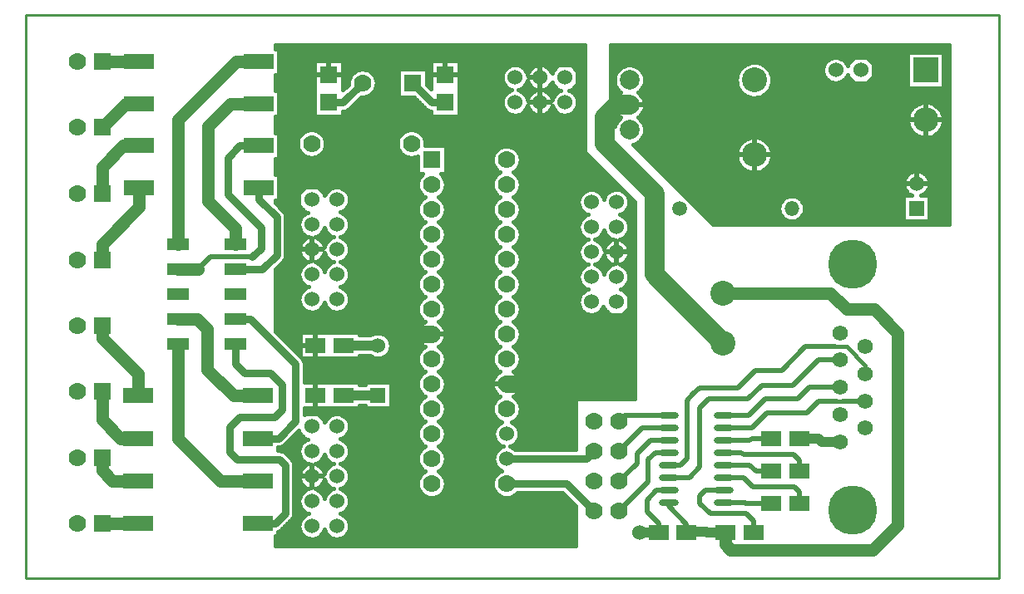
<source format=gtl>
%FSLAX23Y23*%
%MOIN*%
G70*
G01*
G75*
%ADD10C,0.015*%
%ADD11O,0.080X0.024*%
%ADD12R,0.120X0.060*%
%ADD13R,0.070X0.070*%
%ADD14R,0.087X0.050*%
%ADD15R,0.083X0.060*%
%ADD16C,0.020*%
%ADD17C,0.016*%
%ADD18C,0.070*%
%ADD19C,0.030*%
%ADD20C,0.040*%
%ADD21C,0.018*%
%ADD22C,0.050*%
%ADD23C,0.080*%
%ADD24C,0.010*%
%ADD25C,0.060*%
%ADD26R,0.060X0.060*%
%ADD27C,0.079*%
%ADD28C,0.079*%
%ADD29C,0.070*%
%ADD30C,0.059*%
%ADD31O,0.060X0.059*%
%ADD32C,0.100*%
%ADD33R,0.100X0.100*%
%ADD34C,0.062*%
%ADD35C,0.197*%
D10*
X12208Y8636D02*
X12207Y8646D01*
X12205Y8656D01*
X12202Y8665D01*
X12197Y8674D01*
X12191Y8682D01*
X12184Y8689D01*
X12176Y8695D01*
X12168Y8700D01*
X12159Y8704D01*
X12149Y8706D01*
X12139Y8707D01*
X12129Y8707D01*
X12119Y8705D01*
X12110Y8702D01*
X12101Y8698D01*
X12092Y8692D01*
X12085Y8686D01*
X12079Y8678D01*
X12073Y8670D01*
X12069Y8660D01*
X12067Y8651D01*
X12065Y8641D01*
Y8631D01*
X12067Y8621D01*
X12069Y8612D01*
X12073Y8602D01*
X12079Y8594D01*
X12085Y8586D01*
X12092Y8580D01*
X12101Y8574D01*
X12110Y8570D01*
X12119Y8567D01*
X12129Y8565D01*
X12139Y8565D01*
X12149Y8566D01*
X12159Y8568D01*
X12168Y8572D01*
X12176Y8577D01*
X12184Y8583D01*
X12191Y8590D01*
X12197Y8598D01*
X12202Y8607D01*
X12205Y8616D01*
X12207Y8626D01*
X12208Y8636D01*
X11825Y8853D02*
X11821Y8862D01*
X11815Y8870D01*
X11808Y8877D01*
X11799Y8882D01*
X11790Y8886D01*
X11780Y8887D01*
X11770Y8887D01*
X11760Y8885D01*
X11751Y8881D01*
X11743Y8875D01*
X11736Y8868D01*
X11731Y8860D01*
X11727Y8851D01*
X11725Y8841D01*
Y8831D01*
X11727Y8821D01*
X11731Y8812D01*
X11736Y8804D01*
X11743Y8797D01*
X11751Y8791D01*
X11760Y8787D01*
X11770Y8785D01*
X11780Y8785D01*
X11790Y8786D01*
X11799Y8790D01*
X11808Y8795D01*
X11815Y8802D01*
X11821Y8810D01*
X11825Y8819D01*
X12118Y8333D02*
X12127Y8337D01*
X12136Y8343D01*
X12143Y8351D01*
X12148Y8361D01*
X12151Y8371D01*
X12152Y8381D01*
X12151Y8391D01*
X12148Y8400D01*
X12144Y8409D01*
X12138Y8416D01*
X12130Y8423D01*
X12122Y8428D01*
X12113Y8431D01*
X12103Y8432D01*
X12093Y8432D01*
X12084Y8430D01*
X12075Y8426D01*
X12067Y8420D01*
X12060Y8413D01*
X12055Y8405D01*
X12051Y8396D01*
X12049Y8386D01*
X12049Y8376D01*
X12051Y8367D01*
X12055Y8358D01*
X12060Y8350D01*
X12066Y8342D01*
X12074Y8337D01*
X12083Y8333D01*
X11652Y8281D02*
X11651Y8291D01*
X11648Y8301D01*
X11643Y8309D01*
X11637Y8317D01*
X11629Y8323D01*
X11621Y8328D01*
X11611Y8331D01*
X11601Y8332D01*
Y8230D02*
X11611Y8231D01*
X11621Y8234D01*
X11629Y8239D01*
X11637Y8245D01*
X11643Y8253D01*
X11648Y8261D01*
X11651Y8271D01*
X11652Y8281D01*
X11600Y8332D02*
X11590Y8331D01*
X11581Y8328D01*
X11572Y8323D01*
X11564Y8317D01*
X11558Y8309D01*
X11553Y8301D01*
X11550Y8291D01*
X11549Y8281D01*
X11550Y8271D01*
X11553Y8261D01*
X11558Y8253D01*
X11564Y8245D01*
X11572Y8239D01*
X11581Y8234D01*
X11590Y8231D01*
X11600Y8230D01*
X11522Y8796D02*
X11521Y8806D01*
X11519Y8816D01*
X11516Y8825D01*
X11511Y8834D01*
X11505Y8842D01*
X11498Y8849D01*
X11490Y8855D01*
X11482Y8860D01*
X11473Y8864D01*
X11463Y8866D01*
X11453Y8867D01*
X11443Y8867D01*
X11433Y8865D01*
X11424Y8862D01*
X11415Y8858D01*
X11406Y8852D01*
X11399Y8846D01*
X11393Y8838D01*
X11387Y8830D01*
X11383Y8820D01*
X11381Y8811D01*
X11379Y8801D01*
Y8791D01*
X11381Y8781D01*
X11383Y8772D01*
X11387Y8762D01*
X11393Y8754D01*
X11399Y8746D01*
X11406Y8740D01*
X11415Y8734D01*
X11424Y8730D01*
X11433Y8727D01*
X11443Y8725D01*
X11453Y8725D01*
X11463Y8726D01*
X11473Y8728D01*
X11482Y8732D01*
X11490Y8737D01*
X11498Y8743D01*
X11505Y8750D01*
X11511Y8758D01*
X11516Y8767D01*
X11519Y8776D01*
X11521Y8786D01*
X11522Y8796D01*
X10985Y8746D02*
X10993Y8752D01*
X10999Y8760D01*
X11004Y8768D01*
X11008Y8777D01*
X11011Y8786D01*
X11011Y8796D01*
X11011Y8806D01*
X11008Y8816D01*
X11004Y8825D01*
X10999Y8833D01*
X10992Y8841D01*
X10984Y8847D01*
X10975Y8852D01*
X10966Y8855D01*
X10956Y8857D01*
X10946Y8857D01*
X10936Y8855D01*
X10927Y8852D01*
X10918Y8847D01*
X10910Y8841D01*
X10903Y8834D01*
X10898Y8826D01*
X10893Y8817D01*
X10891Y8807D01*
X10890Y8797D01*
X10890Y8787D01*
X10892Y8778D01*
X10896Y8768D01*
X10902Y8760D01*
X10908Y8752D01*
X10916Y8746D01*
X11011Y8696D02*
X11011Y8706D01*
X11008Y8715D01*
X11004Y8724D01*
X10999Y8732D01*
X10993Y8740D01*
X10985Y8746D01*
Y8646D02*
X10993Y8652D01*
X10999Y8660D01*
X11004Y8668D01*
X11008Y8677D01*
X11011Y8686D01*
X11011Y8696D01*
X10916Y8746D02*
X10908Y8740D01*
X10902Y8732D01*
X10897Y8724D01*
X10893Y8715D01*
X10890Y8706D01*
X10890Y8696D01*
X10890Y8686D01*
X10893Y8677D01*
X10897Y8668D01*
X10902Y8660D01*
X10908Y8652D01*
X10916Y8646D01*
X11011Y8596D02*
X11011Y8606D01*
X11008Y8615D01*
X11004Y8624D01*
X10999Y8632D01*
X10993Y8640D01*
X10985Y8646D01*
X10916D02*
X10907Y8639D01*
X10900Y8630D01*
X10895Y8621D01*
X10891Y8610D01*
X11522Y8496D02*
X11521Y8506D01*
X11519Y8516D01*
X11516Y8525D01*
X11511Y8534D01*
X11505Y8542D01*
X11498Y8549D01*
X11490Y8555D01*
X11482Y8560D01*
X11473Y8564D01*
X11463Y8566D01*
X11453Y8567D01*
X11443Y8567D01*
X11433Y8565D01*
X11424Y8562D01*
X11415Y8558D01*
X11406Y8552D01*
X11399Y8546D01*
X11393Y8538D01*
X11387Y8530D01*
X11383Y8520D01*
X11381Y8511D01*
X11379Y8501D01*
Y8491D01*
X11381Y8481D01*
X11383Y8472D01*
X11387Y8462D01*
X11393Y8454D01*
X11399Y8446D01*
X11406Y8440D01*
X11415Y8434D01*
X11424Y8430D01*
X11433Y8427D01*
X11443Y8425D01*
X11453Y8425D01*
X11463Y8426D01*
X11473Y8428D01*
X11482Y8432D01*
X11490Y8437D01*
X11498Y8443D01*
X11505Y8450D01*
X11511Y8458D01*
X11516Y8467D01*
X11519Y8476D01*
X11521Y8486D01*
X11522Y8496D01*
X11194Y8307D02*
X11189Y8314D01*
X11184Y8320D01*
X11177Y8325D01*
X10965Y8537D02*
X10974Y8540D01*
X10983Y8545D01*
X10991Y8551D01*
X10998Y8558D01*
X11004Y8567D01*
X11008Y8576D01*
X11011Y8586D01*
X11011Y8596D01*
X10743Y8706D02*
X10742Y8716D01*
X10739Y8727D01*
X10734Y8736D01*
X10727Y8744D01*
X10718Y8750D01*
X10709Y8755D01*
X10674D02*
X10665Y8750D01*
X10657Y8744D01*
X10650Y8737D01*
X10645Y8728D01*
X10642Y8718D01*
X10640Y8823D02*
X10636Y8832D01*
X10630Y8841D01*
X10622Y8847D01*
X10613Y8853D01*
X10604Y8856D01*
X10594Y8857D01*
X10584Y8857D01*
X10574Y8854D01*
X10565Y8850D01*
X10557Y8844D01*
X10550Y8837D01*
X10545Y8828D01*
X10542Y8818D01*
X10604Y8756D02*
X10613Y8759D01*
X10622Y8765D01*
X10630Y8771D01*
X10636Y8780D01*
X10640Y8789D01*
X10642Y8718D02*
X10638Y8727D01*
X10634Y8735D01*
X10628Y8742D01*
X10621Y8748D01*
X10613Y8753D01*
X10604Y8756D01*
X10642Y8694D02*
X10645Y8684D01*
X10650Y8676D01*
X10656Y8668D01*
X10664Y8662D01*
X10673Y8658D01*
X10683Y8655D01*
X10693Y8655D01*
X10703Y8656D01*
X10712Y8659D01*
X10721Y8664D01*
X10728Y8670D01*
X10735Y8678D01*
X10739Y8687D01*
X10742Y8696D01*
X10743Y8706D01*
X10542Y8694D02*
X10545Y8684D01*
X10550Y8676D01*
X10556Y8669D01*
X10564Y8663D01*
X10572Y8658D01*
X10582Y8655D01*
X10592Y8655D01*
X10601Y8655D01*
X10611Y8658D01*
X10619Y8663D01*
X10627Y8669D01*
X10633Y8676D01*
X10638Y8684D01*
X10642Y8694D01*
X10949Y8306D02*
X10948Y8316D01*
X10945Y8325D01*
X10941Y8334D01*
X10934Y8342D01*
X10927Y8348D01*
X10918Y8353D01*
X10909Y8356D01*
X10899Y8357D01*
X10889Y8357D01*
X10879Y8354D01*
X10870Y8350D01*
X10862Y8344D01*
X10856Y8336D01*
X10851Y8328D01*
X10848Y8318D01*
X10910Y8256D02*
X10919Y8259D01*
X10928Y8264D01*
X10935Y8271D01*
X10941Y8278D01*
X10945Y8287D01*
X10948Y8296D01*
X10949Y8306D01*
Y8206D02*
X10948Y8216D01*
X10945Y8225D01*
X10941Y8234D01*
X10935Y8241D01*
X10928Y8248D01*
X10919Y8253D01*
X10910Y8256D01*
Y8156D02*
X10919Y8159D01*
X10928Y8164D01*
X10935Y8171D01*
X10941Y8178D01*
X10945Y8187D01*
X10948Y8196D01*
X10949Y8206D01*
Y8106D02*
X10948Y8116D01*
X10945Y8125D01*
X10941Y8134D01*
X10935Y8141D01*
X10928Y8148D01*
X10919Y8153D01*
X10910Y8156D01*
Y8056D02*
X10919Y8059D01*
X10928Y8064D01*
X10935Y8071D01*
X10941Y8078D01*
X10945Y8087D01*
X10948Y8096D01*
X10949Y8106D01*
X10848Y8194D02*
X10851Y8185D01*
X10855Y8177D01*
X10861Y8170D01*
X10868Y8164D01*
X10876Y8159D01*
X10885Y8156D01*
X10876Y8153D01*
X10868Y8148D01*
X10861Y8142D01*
X10855Y8135D01*
X10851Y8127D01*
X10848Y8118D01*
Y8094D02*
X10851Y8085D01*
X10855Y8077D01*
X10861Y8070D01*
X10868Y8064D01*
X10876Y8059D01*
X10885Y8056D01*
X10848Y8318D02*
X10844Y8328D01*
X10839Y8336D01*
X10833Y8344D01*
X10825Y8350D01*
X10816Y8354D01*
X10807Y8357D01*
X10797Y8358D01*
X10787Y8356D01*
X10777Y8353D01*
X10769Y8349D01*
X10761Y8342D01*
X10755Y8335D01*
X10750Y8326D01*
X10747Y8317D01*
X10746Y8307D01*
X10747Y8297D01*
X10749Y8287D01*
X10754Y8279D01*
X10760Y8271D01*
X10767Y8264D01*
X10776Y8259D01*
X10785Y8256D01*
X10810Y8156D02*
X10819Y8159D01*
X10827Y8164D01*
X10834Y8170D01*
X10840Y8177D01*
X10844Y8185D01*
X10848Y8194D01*
X10785Y8256D02*
X10776Y8253D01*
X10768Y8248D01*
X10760Y8241D01*
X10754Y8234D01*
X10750Y8225D01*
X10747Y8216D01*
X10746Y8206D01*
X10747Y8196D01*
X10750Y8187D01*
X10754Y8178D01*
X10760Y8171D01*
X10768Y8164D01*
X10776Y8159D01*
X10785Y8156D01*
X10848Y8118D02*
X10844Y8127D01*
X10840Y8135D01*
X10834Y8142D01*
X10827Y8148D01*
X10819Y8153D01*
X10810Y8156D01*
Y8056D02*
X10819Y8059D01*
X10827Y8064D01*
X10834Y8070D01*
X10840Y8077D01*
X10844Y8085D01*
X10848Y8094D01*
X10785Y8156D02*
X10776Y8153D01*
X10768Y8148D01*
X10760Y8141D01*
X10754Y8134D01*
X10750Y8125D01*
X10747Y8116D01*
X10746Y8106D01*
X10747Y8096D01*
X10750Y8087D01*
X10754Y8078D01*
X10760Y8071D01*
X10768Y8064D01*
X10776Y8059D01*
X10785Y8056D01*
X10542Y8794D02*
X10545Y8785D01*
X10549Y8777D01*
X10555Y8770D01*
X10562Y8764D01*
X10570Y8759D01*
X10579Y8756D01*
X10504D02*
X10513Y8759D01*
X10521Y8764D01*
X10528Y8770D01*
X10534Y8777D01*
X10538Y8785D01*
X10542Y8794D01*
Y8818D02*
X10538Y8828D01*
X10533Y8836D01*
X10527Y8844D01*
X10519Y8850D01*
X10510Y8854D01*
X10501Y8857D01*
X10491Y8858D01*
X10481Y8856D01*
X10471Y8853D01*
X10463Y8849D01*
X10455Y8842D01*
X10449Y8835D01*
X10444Y8826D01*
X10441Y8817D01*
X10440Y8807D01*
X10441Y8797D01*
X10443Y8787D01*
X10448Y8779D01*
X10454Y8771D01*
X10461Y8764D01*
X10470Y8759D01*
X10479Y8756D01*
X10579D02*
X10570Y8753D01*
X10562Y8748D01*
X10555Y8742D01*
X10549Y8735D01*
X10545Y8727D01*
X10542Y8718D01*
X10538Y8727D01*
X10534Y8735D01*
X10528Y8742D01*
X10521Y8748D01*
X10513Y8753D01*
X10504Y8756D01*
X10479D02*
X10470Y8753D01*
X10461Y8748D01*
X10454Y8741D01*
X10448Y8733D01*
X10443Y8725D01*
X10441Y8715D01*
X10440Y8705D01*
X10441Y8695D01*
X10444Y8686D01*
X10449Y8677D01*
X10455Y8670D01*
X10463Y8663D01*
X10471Y8659D01*
X10481Y8656D01*
X10491Y8655D01*
X10501Y8655D01*
X10510Y8658D01*
X10519Y8662D01*
X10527Y8668D01*
X10533Y8676D01*
X10538Y8684D01*
X10542Y8694D01*
X10132Y8680D02*
X10142Y8673D01*
X10154Y8670D01*
X10132Y8680D02*
X10142Y8673D01*
X10154Y8670D01*
X10484Y8426D02*
X10492Y8432D01*
X10500Y8439D01*
X10506Y8447D01*
X10510Y8456D01*
X10513Y8466D01*
X10514Y8476D01*
X10513Y8486D01*
X10511Y8496D01*
X10506Y8504D01*
X10501Y8513D01*
X10493Y8520D01*
X10485Y8525D01*
X10476Y8529D01*
X10467Y8532D01*
X10457Y8533D01*
X10447Y8531D01*
X10437Y8529D01*
X10428Y8524D01*
X10420Y8519D01*
X10413Y8511D01*
X10408Y8503D01*
X10404Y8494D01*
X10402Y8484D01*
X10401Y8474D01*
X10402Y8464D01*
X10405Y8455D01*
X10410Y8446D01*
X10416Y8438D01*
X10423Y8431D01*
X10431Y8426D01*
X10514Y8376D02*
X10513Y8386D01*
X10510Y8396D01*
X10506Y8405D01*
X10500Y8413D01*
X10492Y8420D01*
X10484Y8426D01*
X10484Y8326D02*
X10492Y8332D01*
X10500Y8339D01*
X10506Y8347D01*
X10510Y8356D01*
X10513Y8366D01*
X10514Y8376D01*
X10431Y8426D02*
X10423Y8420D01*
X10415Y8413D01*
X10409Y8405D01*
X10405Y8396D01*
X10402Y8386D01*
X10401Y8376D01*
X10402Y8366D01*
X10405Y8356D01*
X10409Y8347D01*
X10415Y8339D01*
X10423Y8332D01*
X10431Y8326D01*
X10514Y8276D02*
X10513Y8286D01*
X10510Y8296D01*
X10506Y8305D01*
X10500Y8313D01*
X10492Y8320D01*
X10484Y8326D01*
X10484Y8226D02*
X10492Y8232D01*
X10500Y8239D01*
X10506Y8247D01*
X10510Y8256D01*
X10513Y8266D01*
X10514Y8276D01*
X10431Y8326D02*
X10423Y8320D01*
X10415Y8313D01*
X10409Y8305D01*
X10405Y8296D01*
X10402Y8286D01*
X10401Y8276D01*
X10402Y8266D01*
X10405Y8256D01*
X10409Y8247D01*
X10415Y8239D01*
X10423Y8232D01*
X10431Y8226D01*
X10514Y8176D02*
X10513Y8186D01*
X10510Y8196D01*
X10506Y8205D01*
X10500Y8213D01*
X10492Y8220D01*
X10484Y8226D01*
X10484Y8126D02*
X10492Y8132D01*
X10500Y8139D01*
X10506Y8147D01*
X10510Y8156D01*
X10513Y8166D01*
X10514Y8176D01*
X10431Y8226D02*
X10423Y8220D01*
X10415Y8213D01*
X10409Y8205D01*
X10405Y8196D01*
X10402Y8186D01*
X10401Y8176D01*
X10402Y8166D01*
X10405Y8156D01*
X10409Y8147D01*
X10415Y8139D01*
X10423Y8132D01*
X10431Y8126D01*
X10514Y8076D02*
X10513Y8086D01*
X10510Y8096D01*
X10506Y8105D01*
X10500Y8113D01*
X10492Y8120D01*
X10484Y8126D01*
X10214Y8376D02*
X10213Y8386D01*
X10211Y8395D01*
X10206Y8404D01*
X10201Y8413D01*
X10194Y8420D01*
X10132Y8533D02*
X10133Y8541D01*
X10184Y8326D02*
X10192Y8332D01*
X10200Y8339D01*
X10206Y8347D01*
X10210Y8356D01*
X10213Y8366D01*
X10214Y8376D01*
Y8276D02*
X10213Y8286D01*
X10210Y8296D01*
X10206Y8305D01*
X10200Y8313D01*
X10192Y8320D01*
X10184Y8326D01*
X10184Y8226D02*
X10192Y8232D01*
X10200Y8239D01*
X10206Y8247D01*
X10210Y8256D01*
X10213Y8266D01*
X10214Y8276D01*
Y8176D02*
X10213Y8186D01*
X10210Y8196D01*
X10206Y8205D01*
X10200Y8213D01*
X10192Y8220D01*
X10184Y8226D01*
X10184Y8126D02*
X10192Y8132D01*
X10200Y8139D01*
X10206Y8147D01*
X10210Y8156D01*
X10213Y8166D01*
X10214Y8176D01*
Y8076D02*
X10213Y8086D01*
X10210Y8096D01*
X10206Y8105D01*
X10200Y8113D01*
X10192Y8120D01*
X10184Y8126D01*
X10949Y8006D02*
X10948Y8016D01*
X10945Y8025D01*
X10941Y8034D01*
X10935Y8041D01*
X10928Y8048D01*
X10919Y8053D01*
X10910Y8056D01*
X10915Y7958D02*
X10924Y7962D01*
X10933Y7968D01*
X10940Y7976D01*
X10945Y7986D01*
X10948Y7996D01*
X10949Y8006D01*
X10885Y8056D02*
X10876Y8053D01*
X10868Y8048D01*
X10861Y8042D01*
X10855Y8035D01*
X10851Y8027D01*
X10848Y8018D01*
X10844Y8027D01*
X10840Y8035D01*
X10834Y8042D01*
X10827Y8048D01*
X10819Y8053D01*
X10810Y8056D01*
X10785D02*
X10776Y8053D01*
X10768Y8048D01*
X10760Y8041D01*
X10754Y8034D01*
X10750Y8025D01*
X10747Y8016D01*
X10746Y8006D01*
X10747Y7996D01*
X10750Y7987D01*
X10754Y7978D01*
X10760Y7971D01*
X10768Y7964D01*
X10776Y7959D01*
X10785Y7956D01*
X10484Y8026D02*
X10492Y8032D01*
X10500Y8039D01*
X10506Y8047D01*
X10510Y8056D01*
X10513Y8066D01*
X10514Y8076D01*
Y7976D02*
X10513Y7986D01*
X10510Y7996D01*
X10506Y8005D01*
X10500Y8013D01*
X10492Y8020D01*
X10484Y8026D01*
X10484Y7926D02*
X10492Y7932D01*
X10500Y7939D01*
X10506Y7947D01*
X10510Y7956D01*
X10513Y7966D01*
X10514Y7976D01*
Y7876D02*
X10513Y7886D01*
X10510Y7896D01*
X10506Y7905D01*
X10500Y7913D01*
X10492Y7920D01*
X10484Y7926D01*
X10785Y7956D02*
X10776Y7953D01*
X10767Y7947D01*
X10759Y7941D01*
X10753Y7933D01*
X10749Y7923D01*
X10747Y7914D01*
X10746Y7904D01*
X10748Y7894D01*
X10751Y7884D01*
X10756Y7875D01*
X10763Y7868D01*
X10771Y7862D01*
X10780Y7858D01*
X10790Y7855D01*
X10800Y7855D01*
X10810Y7856D01*
X10820Y7859D01*
X10828Y7865D01*
X10836Y7871D01*
X10842Y7880D01*
X10846Y7889D01*
X10484Y7826D02*
X10492Y7832D01*
X10500Y7839D01*
X10506Y7847D01*
X10510Y7856D01*
X10513Y7866D01*
X10514Y7876D01*
Y7776D02*
X10513Y7786D01*
X10510Y7796D01*
X10506Y7805D01*
X10500Y7813D01*
X10492Y7820D01*
X10484Y7826D01*
X10484Y7726D02*
X10492Y7732D01*
X10500Y7739D01*
X10506Y7747D01*
X10510Y7756D01*
X10513Y7766D01*
X10514Y7776D01*
Y7676D02*
X10513Y7686D01*
X10510Y7696D01*
X10506Y7705D01*
X10500Y7713D01*
X10492Y7720D01*
X10484Y7726D01*
X10484Y7626D02*
X10492Y7632D01*
X10500Y7639D01*
X10506Y7647D01*
X10510Y7656D01*
X10513Y7666D01*
X10514Y7676D01*
Y7576D02*
X10513Y7586D01*
X10510Y7596D01*
X10506Y7605D01*
X10500Y7613D01*
X10492Y7620D01*
X10484Y7626D01*
X10484Y7526D02*
X10492Y7532D01*
X10500Y7539D01*
X10506Y7547D01*
X10510Y7556D01*
X10513Y7566D01*
X10514Y7576D01*
Y7476D02*
X10513Y7486D01*
X10510Y7496D01*
X10506Y7505D01*
X10500Y7513D01*
X10492Y7520D01*
X10484Y7526D01*
X10478Y7423D02*
X10487Y7428D01*
X10494Y7433D01*
X10501Y7440D01*
X10507Y7448D01*
X10511Y7457D01*
X10513Y7466D01*
X10514Y7476D01*
X10509Y7376D02*
X10508Y7386D01*
X10505Y7395D01*
X10501Y7404D01*
X10494Y7412D01*
X10487Y7418D01*
X10478Y7423D01*
X10470Y7326D02*
X10479Y7329D01*
X10488Y7334D01*
X10495Y7341D01*
X10501Y7348D01*
X10505Y7357D01*
X10508Y7366D01*
X10509Y7376D01*
X10437Y7229D02*
X10428Y7224D01*
X10420Y7219D01*
X10414Y7212D01*
X10408Y7204D01*
X10404Y7195D01*
X10402Y7185D01*
X10401Y7175D01*
X10402Y7166D01*
X10405Y7156D01*
X10409Y7147D01*
X10414Y7139D01*
X10421Y7133D01*
X10430Y7127D01*
X10438Y7123D01*
X10448Y7120D01*
X10458Y7120D01*
X10467Y7120D01*
X10477Y7123D01*
X10486Y7127D01*
X10494Y7133D01*
X10501Y7140D01*
X10431Y8126D02*
X10423Y8120D01*
X10415Y8113D01*
X10409Y8105D01*
X10405Y8096D01*
X10402Y8086D01*
X10401Y8076D01*
X10402Y8066D01*
X10405Y8056D01*
X10409Y8047D01*
X10415Y8039D01*
X10423Y8032D01*
X10431Y8026D01*
X10431D02*
X10423Y8020D01*
X10415Y8013D01*
X10409Y8005D01*
X10405Y7996D01*
X10402Y7986D01*
X10401Y7976D01*
X10402Y7966D01*
X10405Y7956D01*
X10409Y7947D01*
X10415Y7939D01*
X10423Y7932D01*
X10431Y7926D01*
X10431D02*
X10423Y7920D01*
X10415Y7913D01*
X10409Y7905D01*
X10405Y7896D01*
X10402Y7886D01*
X10401Y7876D01*
X10402Y7866D01*
X10405Y7856D01*
X10409Y7847D01*
X10415Y7839D01*
X10423Y7832D01*
X10431Y7826D01*
X10431D02*
X10423Y7820D01*
X10415Y7813D01*
X10409Y7805D01*
X10405Y7796D01*
X10402Y7786D01*
X10401Y7776D01*
X10402Y7766D01*
X10405Y7756D01*
X10409Y7747D01*
X10415Y7739D01*
X10423Y7732D01*
X10431Y7726D01*
X10431D02*
X10423Y7720D01*
X10415Y7713D01*
X10409Y7705D01*
X10405Y7696D01*
X10402Y7686D01*
X10401Y7676D01*
X10402Y7666D01*
X10405Y7656D01*
X10409Y7647D01*
X10415Y7639D01*
X10423Y7632D01*
X10431Y7626D01*
X10431D02*
X10423Y7620D01*
X10415Y7613D01*
X10409Y7605D01*
X10405Y7596D01*
X10402Y7586D01*
X10401Y7576D01*
X10402Y7566D01*
X10405Y7556D01*
X10409Y7547D01*
X10415Y7539D01*
X10423Y7532D01*
X10431Y7526D01*
X10184Y8026D02*
X10192Y8032D01*
X10200Y8039D01*
X10206Y8047D01*
X10210Y8056D01*
X10213Y8066D01*
X10214Y8076D01*
Y7976D02*
X10213Y7986D01*
X10210Y7996D01*
X10206Y8005D01*
X10200Y8013D01*
X10192Y8020D01*
X10184Y8026D01*
X10184Y7926D02*
X10192Y7932D01*
X10200Y7939D01*
X10206Y7947D01*
X10210Y7956D01*
X10213Y7966D01*
X10214Y7976D01*
Y7876D02*
X10213Y7886D01*
X10210Y7896D01*
X10206Y7905D01*
X10200Y7913D01*
X10192Y7920D01*
X10184Y7926D01*
X10184Y7826D02*
X10192Y7832D01*
X10200Y7839D01*
X10206Y7847D01*
X10210Y7856D01*
X10213Y7866D01*
X10214Y7876D01*
Y7776D02*
X10213Y7786D01*
X10210Y7796D01*
X10206Y7805D01*
X10200Y7813D01*
X10192Y7820D01*
X10184Y7826D01*
X10184Y7726D02*
X10192Y7732D01*
X10200Y7739D01*
X10206Y7747D01*
X10210Y7756D01*
X10213Y7766D01*
X10214Y7776D01*
Y7676D02*
X10213Y7686D01*
X10210Y7696D01*
X10206Y7705D01*
X10200Y7713D01*
X10192Y7720D01*
X10184Y7726D01*
X10184Y7626D02*
X10192Y7632D01*
X10200Y7639D01*
X10206Y7647D01*
X10210Y7656D01*
X10213Y7666D01*
X10214Y7676D01*
Y7576D02*
X10213Y7586D01*
X10210Y7596D01*
X10206Y7605D01*
X10200Y7613D01*
X10192Y7620D01*
X10184Y7626D01*
X10431Y7526D02*
X10423Y7521D01*
X10416Y7514D01*
X10410Y7506D01*
X10405Y7497D01*
X10402Y7488D01*
X10401Y7478D01*
X10402Y7468D01*
X10404Y7458D01*
X10408Y7449D01*
X10413Y7441D01*
X10420Y7434D01*
X10428Y7428D01*
X10437Y7423D01*
X10428Y7419D01*
X10421Y7412D01*
X10415Y7405D01*
X10410Y7396D01*
X10407Y7387D01*
X10406Y7377D01*
X10407Y7367D01*
X10409Y7357D01*
X10414Y7349D01*
X10420Y7341D01*
X10427Y7334D01*
X10436Y7329D01*
X10445Y7326D01*
X10494Y7313D02*
X10487Y7318D01*
X10479Y7323D01*
X10470Y7326D01*
X10445D02*
X10436Y7323D01*
X10427Y7318D01*
X10420Y7311D01*
X10414Y7303D01*
X10409Y7295D01*
X10407Y7285D01*
X10406Y7275D01*
X10407Y7266D01*
X10410Y7256D01*
X10415Y7247D01*
X10421Y7240D01*
X10428Y7233D01*
X10437Y7229D01*
X10184Y7526D02*
X10192Y7532D01*
X10200Y7539D01*
X10206Y7547D01*
X10210Y7556D01*
X10213Y7566D01*
X10214Y7576D01*
Y7476D02*
X10213Y7486D01*
X10210Y7496D01*
X10206Y7505D01*
X10200Y7513D01*
X10192Y7520D01*
X10184Y7526D01*
X10184Y7426D02*
X10192Y7432D01*
X10200Y7439D01*
X10206Y7447D01*
X10210Y7456D01*
X10213Y7466D01*
X10214Y7476D01*
Y7376D02*
X10213Y7386D01*
X10210Y7396D01*
X10206Y7405D01*
X10200Y7413D01*
X10192Y7420D01*
X10184Y7426D01*
X10184Y7326D02*
X10192Y7332D01*
X10200Y7339D01*
X10206Y7347D01*
X10210Y7356D01*
X10213Y7366D01*
X10214Y7376D01*
Y7276D02*
X10213Y7286D01*
X10210Y7296D01*
X10206Y7305D01*
X10200Y7313D01*
X10192Y7320D01*
X10184Y7326D01*
X10184Y7226D02*
X10192Y7232D01*
X10200Y7239D01*
X10206Y7247D01*
X10210Y7256D01*
X10213Y7266D01*
X10214Y7276D01*
Y7176D02*
X10213Y7186D01*
X10210Y7196D01*
X10206Y7205D01*
X10200Y7213D01*
X10192Y7220D01*
X10184Y7226D01*
X10133Y8541D02*
X10132Y8551D01*
X10129Y8561D01*
X10125Y8570D01*
X10119Y8578D01*
X10112Y8585D01*
X10104Y8591D01*
X10095Y8595D01*
X10085Y8597D01*
X10075Y8597D01*
X10065Y8596D01*
X10055Y8593D01*
X10046Y8589D01*
X10038Y8583D01*
X10032Y8575D01*
X10026Y8567D01*
X10022Y8557D01*
X10020Y8548D01*
X10020Y8538D01*
X10022Y8528D01*
X10025Y8518D01*
X10030Y8509D01*
X10036Y8502D01*
X10044Y8495D01*
X10052Y8490D01*
X10062Y8486D01*
X10072Y8485D01*
X10082Y8485D01*
X10092Y8487D01*
X10101Y8490D01*
X9876Y8728D02*
X9886Y8728D01*
X9896Y8730D01*
X9906Y8734D01*
X9915Y8739D01*
X9922Y8746D01*
X9929Y8754D01*
X9933Y8764D01*
X9936Y8774D01*
X9937Y8784D01*
Y8784D02*
X9936Y8794D01*
X9933Y8804D01*
X9929Y8813D01*
X9923Y8821D01*
X9916Y8828D01*
X9907Y8834D01*
X9898Y8838D01*
X9888Y8840D01*
X9878Y8840D01*
X9868Y8839D01*
X9859Y8836D01*
X9850Y8831D01*
X9842Y8825D01*
X9835Y8817D01*
X9830Y8809D01*
X9826Y8799D01*
X9824Y8789D01*
X9824Y8779D01*
X9803Y8670D02*
X9812Y8671D01*
X9821Y8675D01*
X9829Y8680D01*
X9803Y8670D02*
X9812Y8671D01*
X9821Y8675D01*
X9829Y8680D01*
X10121Y8420D02*
X10114Y8412D01*
X10109Y8404D01*
X10104Y8395D01*
X10102Y8385D01*
X10101Y8375D01*
X10102Y8365D01*
X10105Y8355D01*
X10109Y8346D01*
X10115Y8338D01*
X10123Y8331D01*
X10131Y8326D01*
X10123Y8320D01*
X10115Y8313D01*
X10109Y8305D01*
X10105Y8296D01*
X10102Y8286D01*
X10101Y8276D01*
X10102Y8266D01*
X10105Y8256D01*
X10109Y8247D01*
X10115Y8239D01*
X10123Y8232D01*
X10131Y8226D01*
X10131D02*
X10123Y8220D01*
X10115Y8213D01*
X10109Y8205D01*
X10105Y8196D01*
X10102Y8186D01*
X10101Y8176D01*
X10102Y8166D01*
X10105Y8156D01*
X10109Y8147D01*
X10115Y8139D01*
X10123Y8132D01*
X10131Y8126D01*
X10131D02*
X10123Y8120D01*
X10115Y8113D01*
X10109Y8105D01*
X10105Y8096D01*
X10102Y8086D01*
X10101Y8076D01*
X10102Y8066D01*
X10105Y8056D01*
X10109Y8047D01*
X10115Y8039D01*
X10123Y8032D01*
X10131Y8026D01*
X10131D02*
X10123Y8020D01*
X10115Y8013D01*
X10109Y8005D01*
X10105Y7996D01*
X10102Y7986D01*
X10101Y7976D01*
X10102Y7966D01*
X10105Y7956D01*
X10109Y7947D01*
X10115Y7939D01*
X10123Y7932D01*
X10131Y7926D01*
X10131D02*
X10123Y7920D01*
X10115Y7913D01*
X10109Y7905D01*
X10105Y7896D01*
X10102Y7886D01*
X10101Y7876D01*
X10102Y7866D01*
X10105Y7856D01*
X10109Y7847D01*
X10115Y7839D01*
X10123Y7832D01*
X10131Y7826D01*
X9790Y8266D02*
X9799Y8269D01*
X9808Y8274D01*
X9815Y8281D01*
X9821Y8288D01*
X9825Y8297D01*
X9828Y8306D01*
X9829Y8316D01*
X9828Y8326D01*
X9825Y8336D01*
X9820Y8345D01*
X9813Y8353D01*
X9805Y8359D01*
X9796Y8364D01*
X9786Y8367D01*
X9776Y8367D01*
X9766Y8366D01*
X9756Y8363D01*
X9747Y8358D01*
X9740Y8351D01*
X9733Y8343D01*
X9729Y8333D01*
X9829Y8216D02*
X9828Y8226D01*
X9825Y8235D01*
X9821Y8244D01*
X9815Y8251D01*
X9808Y8258D01*
X9799Y8263D01*
X9790Y8266D01*
Y8166D02*
X9799Y8169D01*
X9808Y8174D01*
X9815Y8181D01*
X9821Y8188D01*
X9825Y8197D01*
X9828Y8206D01*
X9829Y8216D01*
Y8116D02*
X9828Y8126D01*
X9825Y8135D01*
X9821Y8144D01*
X9815Y8151D01*
X9808Y8158D01*
X9799Y8163D01*
X9790Y8166D01*
Y8066D02*
X9799Y8069D01*
X9808Y8074D01*
X9815Y8081D01*
X9821Y8088D01*
X9825Y8097D01*
X9828Y8106D01*
X9829Y8116D01*
Y8016D02*
X9828Y8026D01*
X9825Y8035D01*
X9821Y8044D01*
X9815Y8051D01*
X9808Y8058D01*
X9799Y8063D01*
X9790Y8066D01*
Y7966D02*
X9799Y7969D01*
X9808Y7974D01*
X9815Y7981D01*
X9821Y7988D01*
X9825Y7997D01*
X9828Y8006D01*
X9829Y8016D01*
Y7916D02*
X9828Y7926D01*
X9825Y7935D01*
X9821Y7944D01*
X9815Y7951D01*
X9808Y7958D01*
X9799Y7963D01*
X9790Y7966D01*
X9728Y7904D02*
X9731Y7894D01*
X9736Y7886D01*
X9742Y7878D01*
X9750Y7872D01*
X9759Y7868D01*
X9769Y7865D01*
X9779Y7865D01*
X9789Y7866D01*
X9798Y7869D01*
X9807Y7874D01*
X9814Y7880D01*
X9821Y7888D01*
X9825Y7897D01*
X9828Y7906D01*
X9829Y7916D01*
X9733Y8541D02*
X9732Y8551D01*
X9729Y8561D01*
X9725Y8570D01*
X9719Y8578D01*
X9712Y8585D01*
X9703Y8591D01*
X9694Y8595D01*
X9684Y8597D01*
X9674Y8597D01*
X9664Y8596D01*
X9654Y8593D01*
X9645Y8588D01*
X9637Y8582D01*
X9631Y8574D01*
X9626Y8566D01*
X9622Y8556D01*
X9620Y8546D01*
Y8536D01*
X9622Y8526D01*
X9626Y8516D01*
X9631Y8508D01*
X9637Y8500D01*
X9645Y8494D01*
X9654Y8489D01*
X9664Y8486D01*
X9674Y8485D01*
X9684Y8485D01*
X9694Y8487D01*
X9703Y8491D01*
X9712Y8497D01*
X9719Y8504D01*
X9725Y8512D01*
X9729Y8521D01*
X9732Y8531D01*
X9733Y8541D01*
X9728Y8204D02*
X9731Y8195D01*
X9735Y8187D01*
X9741Y8180D01*
X9748Y8174D01*
X9756Y8169D01*
X9765Y8166D01*
X9690D02*
X9699Y8169D01*
X9707Y8174D01*
X9714Y8180D01*
X9720Y8187D01*
X9724Y8195D01*
X9728Y8204D01*
X9765Y8166D02*
X9756Y8163D01*
X9748Y8158D01*
X9741Y8152D01*
X9735Y8145D01*
X9731Y8137D01*
X9728Y8128D01*
X9724Y8137D01*
X9720Y8145D01*
X9714Y8152D01*
X9707Y8158D01*
X9699Y8163D01*
X9690Y8166D01*
X9660Y8265D02*
X9651Y8260D01*
X9643Y8254D01*
X9636Y8247D01*
X9631Y8238D01*
X9628Y8228D01*
X9626Y8218D01*
X9627Y8208D01*
X9629Y8199D01*
X9633Y8189D01*
X9639Y8181D01*
X9647Y8175D01*
X9656Y8169D01*
X9665Y8166D01*
X9728Y8104D02*
X9731Y8095D01*
X9735Y8087D01*
X9741Y8080D01*
X9748Y8074D01*
X9756Y8069D01*
X9765Y8066D01*
X9756Y8063D01*
X9748Y8058D01*
X9741Y8052D01*
X9735Y8045D01*
X9731Y8037D01*
X9728Y8028D01*
X9690Y8066D02*
X9699Y8069D01*
X9707Y8074D01*
X9714Y8080D01*
X9720Y8087D01*
X9724Y8095D01*
X9728Y8104D01*
X9665Y8166D02*
X9656Y8163D01*
X9648Y8158D01*
X9640Y8151D01*
X9634Y8144D01*
X9630Y8135D01*
X9627Y8126D01*
X9626Y8116D01*
X9627Y8106D01*
X9630Y8097D01*
X9634Y8088D01*
X9640Y8081D01*
X9648Y8074D01*
X9656Y8069D01*
X9665Y8066D01*
X9728Y8028D02*
X9724Y8037D01*
X9720Y8045D01*
X9714Y8052D01*
X9707Y8058D01*
X9699Y8063D01*
X9690Y8066D01*
X9573Y8246D02*
X9572Y8255D01*
X9568Y8264D01*
X9562Y8272D01*
X9573Y8246D02*
X9572Y8255D01*
X9568Y8264D01*
X9562Y8272D01*
X9665Y8066D02*
X9656Y8063D01*
X9648Y8058D01*
X9640Y8051D01*
X9634Y8044D01*
X9630Y8035D01*
X9627Y8026D01*
X9626Y8016D01*
X9627Y8006D01*
X9630Y7997D01*
X9634Y7988D01*
X9640Y7981D01*
X9648Y7974D01*
X9656Y7969D01*
X9665Y7966D01*
X9656Y7963D01*
X9647Y7958D01*
X9640Y7951D01*
X9634Y7943D01*
X9629Y7935D01*
X9627Y7925D01*
X9626Y7915D01*
X9627Y7905D01*
X9630Y7896D01*
X9635Y7887D01*
X9641Y7880D01*
X9649Y7873D01*
X9657Y7869D01*
X9667Y7866D01*
X9677Y7865D01*
X9687Y7865D01*
X9696Y7868D01*
X9705Y7872D01*
X9713Y7878D01*
X9719Y7886D01*
X9724Y7894D01*
X9728Y7904D01*
X9562Y8068D02*
X9568Y8076D01*
X9572Y8085D01*
X9573Y8094D01*
X9562Y8068D02*
X9568Y8076D01*
X9572Y8085D01*
X9573Y8094D01*
X10131Y7826D02*
X10123Y7820D01*
X10115Y7813D01*
X10109Y7805D01*
X10105Y7796D01*
X10102Y7786D01*
X10101Y7776D01*
X10102Y7766D01*
X10105Y7756D01*
X10109Y7747D01*
X10115Y7739D01*
X10123Y7732D01*
X10131Y7726D01*
X10131D02*
X10123Y7720D01*
X10115Y7713D01*
X10109Y7705D01*
X10105Y7696D01*
X10102Y7686D01*
X10101Y7676D01*
X10102Y7666D01*
X10105Y7656D01*
X10109Y7647D01*
X10115Y7639D01*
X10123Y7632D01*
X10131Y7626D01*
X10131D02*
X10123Y7620D01*
X10115Y7613D01*
X10109Y7605D01*
X10105Y7596D01*
X10102Y7586D01*
X10101Y7576D01*
X10102Y7566D01*
X10105Y7556D01*
X10109Y7547D01*
X10115Y7539D01*
X10123Y7532D01*
X10131Y7526D01*
X10131D02*
X10123Y7520D01*
X10115Y7513D01*
X10109Y7505D01*
X10105Y7496D01*
X10102Y7486D01*
X10101Y7476D01*
X10102Y7466D01*
X10105Y7456D01*
X10109Y7447D01*
X10115Y7439D01*
X10123Y7432D01*
X10131Y7426D01*
X9994Y7731D02*
X9993Y7741D01*
X9990Y7751D01*
X9985Y7760D01*
X9978Y7768D01*
X9970Y7774D01*
X9961Y7779D01*
X9951Y7782D01*
X9941Y7782D01*
X9931Y7781D01*
X9921Y7778D01*
X9912Y7773D01*
Y7690D02*
X9921Y7684D01*
X9931Y7681D01*
X9941Y7680D01*
X9951Y7680D01*
X9961Y7683D01*
X9970Y7688D01*
X9978Y7694D01*
X9985Y7702D01*
X9990Y7711D01*
X9993Y7721D01*
X9994Y7731D01*
X10131Y7426D02*
X10123Y7420D01*
X10115Y7413D01*
X10109Y7405D01*
X10105Y7396D01*
X10102Y7386D01*
X10101Y7376D01*
X10102Y7366D01*
X10105Y7356D01*
X10109Y7347D01*
X10115Y7339D01*
X10123Y7332D01*
X10131Y7326D01*
X10131D02*
X10123Y7320D01*
X10115Y7313D01*
X10109Y7305D01*
X10105Y7296D01*
X10102Y7286D01*
X10101Y7276D01*
X10102Y7266D01*
X10105Y7256D01*
X10109Y7247D01*
X10115Y7239D01*
X10123Y7232D01*
X10131Y7226D01*
X10131D02*
X10123Y7221D01*
X10116Y7214D01*
X10110Y7206D01*
X10105Y7197D01*
X10102Y7188D01*
X10101Y7178D01*
X10102Y7168D01*
X10104Y7158D01*
X10108Y7149D01*
X10113Y7141D01*
X10120Y7134D01*
X10128Y7128D01*
X10137Y7123D01*
X10147Y7121D01*
X10157Y7120D01*
X10167Y7120D01*
X10176Y7123D01*
X10185Y7127D01*
X10193Y7132D01*
X10201Y7139D01*
X10206Y7148D01*
X10211Y7157D01*
X10213Y7166D01*
X10214Y7176D01*
X9790Y7356D02*
X9799Y7359D01*
X9808Y7364D01*
X9815Y7371D01*
X9821Y7378D01*
X9825Y7387D01*
X9828Y7396D01*
X9829Y7406D01*
X9828Y7416D01*
X9825Y7426D01*
X9820Y7435D01*
X9813Y7443D01*
X9805Y7449D01*
X9796Y7454D01*
X9786Y7457D01*
X9776Y7457D01*
X9766Y7456D01*
X9756Y7453D01*
X9747Y7448D01*
X9740Y7441D01*
X9733Y7433D01*
X9729Y7423D01*
X9829Y7306D02*
X9828Y7316D01*
X9825Y7325D01*
X9821Y7334D01*
X9815Y7341D01*
X9808Y7348D01*
X9799Y7353D01*
X9790Y7356D01*
Y7256D02*
X9799Y7259D01*
X9808Y7264D01*
X9815Y7271D01*
X9821Y7278D01*
X9825Y7287D01*
X9828Y7296D01*
X9829Y7306D01*
Y7206D02*
X9828Y7216D01*
X9825Y7225D01*
X9821Y7234D01*
X9815Y7241D01*
X9808Y7248D01*
X9799Y7253D01*
X9790Y7256D01*
X9728Y7294D02*
X9731Y7285D01*
X9735Y7277D01*
X9741Y7270D01*
X9748Y7264D01*
X9756Y7259D01*
X9765Y7256D01*
X9756Y7253D01*
X9748Y7248D01*
X9741Y7242D01*
X9735Y7235D01*
X9731Y7227D01*
X9728Y7218D01*
X9790Y7156D02*
X9799Y7159D01*
X9808Y7164D01*
X9815Y7171D01*
X9821Y7178D01*
X9825Y7187D01*
X9828Y7196D01*
X9829Y7206D01*
Y7106D02*
X9828Y7116D01*
X9825Y7125D01*
X9821Y7134D01*
X9815Y7141D01*
X9808Y7148D01*
X9799Y7153D01*
X9790Y7156D01*
Y7056D02*
X9799Y7059D01*
X9808Y7064D01*
X9815Y7071D01*
X9821Y7078D01*
X9825Y7087D01*
X9828Y7096D01*
X9829Y7106D01*
Y7006D02*
X9828Y7016D01*
X9825Y7025D01*
X9821Y7034D01*
X9815Y7041D01*
X9808Y7048D01*
X9799Y7053D01*
X9790Y7056D01*
X9728Y7194D02*
X9731Y7185D01*
X9735Y7177D01*
X9741Y7170D01*
X9748Y7164D01*
X9756Y7159D01*
X9765Y7156D01*
X9756Y7153D01*
X9748Y7148D01*
X9741Y7142D01*
X9735Y7135D01*
X9731Y7127D01*
X9728Y7118D01*
Y6994D02*
X9731Y6984D01*
X9736Y6976D01*
X9742Y6968D01*
X9750Y6962D01*
X9759Y6958D01*
X9769Y6955D01*
X9779Y6955D01*
X9789Y6956D01*
X9798Y6959D01*
X9807Y6964D01*
X9814Y6970D01*
X9821Y6978D01*
X9825Y6987D01*
X9828Y6996D01*
X9829Y7006D01*
X9639Y7680D02*
X9636Y7683D01*
X9647Y7657D02*
X9645Y7669D01*
X9639Y7680D01*
X9636Y7683D01*
X9647Y7657D02*
X9645Y7669D01*
X9639Y7680D01*
X9660Y7355D02*
X9651Y7350D01*
X9643Y7344D01*
X9636Y7337D01*
X9631Y7328D01*
X9628Y7318D01*
X9626Y7308D01*
X9627Y7298D01*
X9629Y7289D01*
X9633Y7279D01*
X9639Y7271D01*
X9647Y7265D01*
X9656Y7259D01*
X9665Y7256D01*
X9544Y7323D02*
X9553Y7324D01*
X9562Y7328D01*
X9569Y7333D01*
X9572Y7300D02*
X9565Y7306D01*
X9556Y7309D01*
X9547Y7311D01*
X9572Y7300D02*
X9565Y7306D01*
X9556Y7309D01*
X9547Y7311D01*
X9544Y7323D02*
X9553Y7324D01*
X9562Y7328D01*
X9569Y7333D01*
X9690Y7256D02*
X9699Y7259D01*
X9707Y7264D01*
X9714Y7270D01*
X9720Y7277D01*
X9724Y7285D01*
X9728Y7294D01*
Y7218D02*
X9724Y7227D01*
X9720Y7235D01*
X9714Y7242D01*
X9707Y7248D01*
X9699Y7253D01*
X9690Y7256D01*
X9665D02*
X9656Y7253D01*
X9648Y7248D01*
X9640Y7241D01*
X9634Y7234D01*
X9630Y7225D01*
X9627Y7216D01*
X9626Y7206D01*
X9627Y7196D01*
X9630Y7187D01*
X9634Y7178D01*
X9640Y7171D01*
X9648Y7164D01*
X9656Y7159D01*
X9665Y7156D01*
X9690D02*
X9699Y7159D01*
X9707Y7164D01*
X9714Y7170D01*
X9720Y7177D01*
X9724Y7185D01*
X9728Y7194D01*
Y7118D02*
X9724Y7127D01*
X9720Y7135D01*
X9714Y7142D01*
X9707Y7148D01*
X9699Y7153D01*
X9690Y7156D01*
X9665D02*
X9656Y7153D01*
X9648Y7148D01*
X9640Y7141D01*
X9634Y7134D01*
X9630Y7125D01*
X9627Y7116D01*
X9626Y7106D01*
X9627Y7096D01*
X9630Y7087D01*
X9634Y7078D01*
X9640Y7071D01*
X9648Y7064D01*
X9656Y7059D01*
X9665Y7056D01*
X9606Y7251D02*
X9605Y7260D01*
X9601Y7269D01*
X9595Y7277D01*
X9606Y7251D02*
X9605Y7260D01*
X9601Y7269D01*
X9595Y7277D01*
X9665Y7056D02*
X9656Y7053D01*
X9647Y7048D01*
X9640Y7041D01*
X9634Y7033D01*
X9629Y7025D01*
X9627Y7015D01*
X9626Y7005D01*
X9627Y6995D01*
X9630Y6986D01*
X9635Y6977D01*
X9641Y6970D01*
X9649Y6963D01*
X9657Y6959D01*
X9667Y6956D01*
X9677Y6955D01*
X9687Y6955D01*
X9696Y6958D01*
X9705Y6962D01*
X9713Y6968D01*
X9719Y6976D01*
X9724Y6984D01*
X9728Y6994D01*
X9595Y7032D02*
X9601Y7040D01*
X9605Y7049D01*
X9606Y7058D01*
X9595Y7032D02*
X9601Y7040D01*
X9605Y7049D01*
X9606Y7058D01*
X9543Y6984D02*
X9555Y6992D01*
X9543Y6984D02*
X9555Y6992D01*
X12231Y8916D02*
Y8936D01*
X12208Y8906D02*
X12231D01*
X12208Y8896D02*
X12231D01*
X12208Y8886D02*
X12231D01*
X12208Y8876D02*
X12231D01*
X12208Y8866D02*
X12231D01*
X12208Y8856D02*
X12231D01*
X12208Y8846D02*
X12231D01*
X12208Y8836D02*
X12231D01*
X12208Y8826D02*
X12231D01*
X12208Y8816D02*
X12231D01*
X12208Y8806D02*
X12231D01*
X12208Y8796D02*
X12231D01*
X12208Y8765D02*
Y8908D01*
Y8786D02*
X12231D01*
X12208Y8776D02*
X12231D01*
X12208Y8766D02*
X12231D01*
X12202Y8908D02*
Y8936D01*
X12192Y8908D02*
Y8936D01*
X12182Y8908D02*
Y8936D01*
X12172Y8908D02*
Y8936D01*
X12162Y8908D02*
Y8936D01*
X12152Y8908D02*
Y8936D01*
X12142Y8908D02*
Y8936D01*
X12132Y8908D02*
Y8936D01*
X12065Y8908D02*
X12208D01*
X12065Y8765D02*
X12208D01*
X12202Y8666D02*
Y8765D01*
X12192Y8682D02*
Y8765D01*
X12122Y8908D02*
Y8936D01*
X12112Y8908D02*
Y8936D01*
X12182Y8692D02*
Y8765D01*
X12172Y8698D02*
Y8765D01*
X12175Y8696D02*
X12231D01*
X12151Y8706D02*
X12231D01*
X12196Y8676D02*
X12231D01*
X12188Y8686D02*
X12231D01*
X12162Y8703D02*
Y8765D01*
X12152Y8706D02*
Y8765D01*
X12205Y8656D02*
X12231D01*
X12201Y8666D02*
X12231D01*
X12207Y8646D02*
X12231D01*
X12208Y8636D02*
X12231D01*
X12207Y8626D02*
X12231D01*
X12205Y8616D02*
X12231D01*
X12201Y8606D02*
X12231D01*
X12196Y8596D02*
X12231D01*
X12188Y8586D02*
X12231D01*
X12175Y8576D02*
X12231D01*
X12142Y8707D02*
Y8765D01*
X12151Y8566D02*
X12231D01*
X12132Y8707D02*
Y8765D01*
X12122Y8706D02*
Y8765D01*
X12138Y8416D02*
X12231D01*
X12126Y8426D02*
X12231D01*
X12150Y8396D02*
X12231D01*
X12146Y8406D02*
X12231D01*
X12142Y8412D02*
Y8565D01*
X12132Y8422D02*
Y8565D01*
X12122Y8428D02*
Y8566D01*
X12102Y8908D02*
Y8936D01*
X12092Y8908D02*
Y8936D01*
X12082Y8908D02*
Y8936D01*
X12072Y8908D02*
Y8936D01*
X11902Y8888D02*
Y8936D01*
X11892Y8888D02*
Y8936D01*
X11882Y8888D02*
Y8936D01*
X11872Y8888D02*
Y8936D01*
X11862Y8888D02*
Y8936D01*
X12062Y8415D02*
Y8936D01*
X12052Y8397D02*
Y8936D01*
X12065Y8765D02*
Y8908D01*
X11904Y8886D02*
X12065D01*
X11922Y8868D02*
Y8936D01*
X11912Y8878D02*
Y8936D01*
X11902Y8888D02*
X11928Y8862D01*
X11852Y8888D02*
Y8936D01*
X11802Y8881D02*
Y8936D01*
X11792Y8885D02*
Y8936D01*
X11851Y8888D02*
X11902D01*
X11789Y8886D02*
X11849D01*
X11782Y8887D02*
Y8936D01*
X11772Y8887D02*
Y8936D01*
X11762Y8885D02*
Y8936D01*
X11752Y8881D02*
Y8936D01*
X11842Y8878D02*
Y8936D01*
X11832Y8868D02*
Y8936D01*
X11825Y8862D02*
X11851Y8888D01*
X11822Y8861D02*
Y8936D01*
X11812Y8874D02*
Y8936D01*
X11742Y8874D02*
Y8936D01*
X11732Y8861D02*
Y8936D01*
X11928Y8856D02*
X12065D01*
X11928Y8846D02*
X12065D01*
X12112Y8703D02*
Y8765D01*
X12102Y8698D02*
Y8765D01*
X11928Y8810D02*
Y8862D01*
Y8836D02*
X12065D01*
X11928Y8826D02*
X12065D01*
X11928Y8816D02*
X12065D01*
X12092Y8692D02*
Y8765D01*
Y8432D02*
Y8580D01*
X12112Y8431D02*
Y8569D01*
X12102Y8432D02*
Y8574D01*
X12082Y8682D02*
Y8765D01*
X12072Y8666D02*
Y8765D01*
X12082Y8429D02*
Y8590D01*
X12072Y8424D02*
Y8606D01*
X11914Y8876D02*
X12065D01*
X11809D02*
X11839D01*
X11924Y8866D02*
X12065D01*
X11924Y8806D02*
X12065D01*
X11825Y8853D02*
Y8862D01*
X11818Y8866D02*
X11829D01*
X11825Y8810D02*
Y8819D01*
X11818Y8806D02*
X11829D01*
X11914Y8796D02*
X12065D01*
X11902Y8785D02*
X11928Y8810D01*
X11904Y8786D02*
X12065D01*
X11851Y8785D02*
X11902D01*
X11825Y8810D02*
X11851Y8785D01*
X11809Y8796D02*
X11839D01*
X11789Y8786D02*
X11849D01*
X11522Y8504D02*
Y8788D01*
X12152Y8386D02*
X12231D01*
X12152Y8376D02*
X12231D01*
X12150Y8366D02*
X12231D01*
X12152Y8326D02*
X12231D01*
X12146Y8356D02*
X12231D01*
X12152Y8388D02*
Y8566D01*
Y8333D02*
Y8374D01*
X12152Y8230D02*
Y8333D01*
X12142D02*
Y8350D01*
X12222Y8216D02*
Y8936D01*
X12212Y8216D02*
Y8936D01*
X12231Y8216D02*
Y8916D01*
X12202Y8216D02*
Y8606D01*
X12192Y8216D02*
Y8590D01*
X12182Y8216D02*
Y8580D01*
X12172Y8216D02*
Y8574D01*
X12162Y8216D02*
Y8569D01*
X12138Y8346D02*
X12231D01*
X12126Y8336D02*
X12231D01*
X12118Y8333D02*
X12152D01*
X12132D02*
Y8340D01*
X12062Y8333D02*
Y8347D01*
X12072Y8333D02*
Y8338D01*
X12049Y8333D02*
X12083D01*
X12042Y8216D02*
Y8936D01*
X12032Y8216D02*
Y8936D01*
X12052Y8333D02*
Y8365D01*
X12049Y8230D02*
Y8333D01*
X12152Y8316D02*
X12231D01*
X12152Y8306D02*
X12231D01*
X12152Y8296D02*
X12231D01*
X12152Y8286D02*
X12231D01*
X12152Y8276D02*
X12231D01*
X12152Y8266D02*
X12231D01*
X12152Y8256D02*
X12231D01*
X12152Y8246D02*
X12231D01*
X12152Y8236D02*
X12231D01*
X12152Y8216D02*
Y8230D01*
X12142Y8216D02*
Y8230D01*
X12132Y8216D02*
Y8230D01*
X12122Y8216D02*
Y8230D01*
X12112Y8216D02*
Y8230D01*
X12102Y8216D02*
Y8230D01*
X12092Y8216D02*
Y8230D01*
X11638Y8316D02*
X12049D01*
X11625Y8326D02*
X12049D01*
X11650Y8296D02*
X12049D01*
X11645Y8306D02*
X12049D01*
X11652Y8286D02*
X12049D01*
X11652Y8276D02*
X12049D01*
X11650Y8266D02*
X12049D01*
X11645Y8256D02*
X12049D01*
X12082Y8216D02*
Y8230D01*
X12049D02*
X12152D01*
X12072Y8216D02*
Y8230D01*
X11681Y8216D02*
X12231D01*
X11638Y8246D02*
X12049D01*
X11625Y8236D02*
X12049D01*
X12062Y8216D02*
Y8230D01*
X12052Y8216D02*
Y8230D01*
X12022Y8216D02*
Y8936D01*
X12012Y8216D02*
Y8936D01*
X12002Y8216D02*
Y8936D01*
X11992Y8216D02*
Y8936D01*
X11982Y8216D02*
Y8936D01*
X11972Y8216D02*
Y8936D01*
X11962Y8216D02*
Y8936D01*
X11952Y8216D02*
Y8936D01*
X11942Y8216D02*
Y8936D01*
X11932Y8216D02*
Y8936D01*
X11822Y8216D02*
Y8811D01*
X11922Y8216D02*
Y8804D01*
X11732Y8216D02*
Y8811D01*
X11722Y8216D02*
Y8936D01*
X11712Y8216D02*
Y8936D01*
X11702Y8216D02*
Y8936D01*
X11692Y8216D02*
Y8936D01*
X11632Y8322D02*
Y8936D01*
X11622Y8328D02*
Y8936D01*
X11612Y8331D02*
Y8936D01*
X11602Y8332D02*
Y8936D01*
X11592Y8331D02*
Y8936D01*
X11582Y8329D02*
Y8936D01*
X11572Y8323D02*
Y8936D01*
X11562Y8314D02*
Y8936D01*
X11682Y8216D02*
Y8936D01*
X11672Y8216D02*
Y8936D01*
X11662Y8216D02*
Y8936D01*
X11652Y8288D02*
Y8936D01*
X11642Y8312D02*
Y8936D01*
X11552Y8297D02*
Y8936D01*
X11542Y8216D02*
Y8936D01*
X11532Y8216D02*
Y8936D01*
X11912Y8216D02*
Y8794D01*
X11902Y8216D02*
Y8785D01*
X11892Y8216D02*
Y8785D01*
X11882Y8216D02*
Y8785D01*
X11872Y8216D02*
Y8785D01*
X11842Y8216D02*
Y8794D01*
X11862Y8216D02*
Y8785D01*
X11852Y8216D02*
Y8785D01*
X11832Y8216D02*
Y8804D01*
X11812Y8216D02*
Y8798D01*
X11802Y8216D02*
Y8791D01*
X11792Y8216D02*
Y8787D01*
X11762Y8216D02*
Y8787D01*
X11752Y8216D02*
Y8791D01*
X11782Y8216D02*
Y8785D01*
X11772Y8216D02*
Y8785D01*
X11742Y8216D02*
Y8798D01*
X11652Y8216D02*
Y8274D01*
X11642Y8216D02*
Y8250D01*
X11632Y8216D02*
Y8240D01*
X11622Y8216D02*
Y8234D01*
X11612Y8216D02*
Y8231D01*
X11582Y8216D02*
Y8233D01*
X11602Y8216D02*
Y8230D01*
X11592Y8216D02*
Y8231D01*
X11552Y8216D02*
Y8265D01*
X11522Y8216D02*
Y8488D01*
X11572Y8216D02*
Y8239D01*
X11562Y8216D02*
Y8248D01*
X11482Y8860D02*
Y8936D01*
X11492Y8855D02*
Y8936D01*
X11472Y8864D02*
Y8936D01*
X11465Y8866D02*
X11735D01*
X11462Y8867D02*
Y8936D01*
X11452Y8868D02*
Y8936D01*
X11442Y8867D02*
Y8936D01*
X11432Y8865D02*
Y8936D01*
X11422Y8861D02*
Y8936D01*
X11502Y8846D02*
X11726D01*
X11489Y8856D02*
X11729D01*
X11519Y8816D02*
X11729D01*
X11510Y8836D02*
X11725D01*
X11522Y8804D02*
Y8936D01*
X11512Y8833D02*
Y8936D01*
X11515Y8826D02*
X11726D01*
X11502Y8846D02*
Y8936D01*
X10876D02*
X12231D01*
X10876Y8926D02*
X12231D01*
X10876Y8916D02*
X12231D01*
X10876Y8906D02*
X12065D01*
X10876Y8896D02*
X12065D01*
X10876Y8886D02*
X11764D01*
X10876Y8876D02*
X11744D01*
X10876Y8866D02*
X11436D01*
X11412Y8856D02*
Y8936D01*
X11402Y8848D02*
Y8936D01*
X10961Y8856D02*
X11412D01*
X11392Y8836D02*
Y8936D01*
X10985Y8846D02*
X11399D01*
X11003Y8826D02*
X11386D01*
X10996Y8836D02*
X11391D01*
X11519Y8776D02*
X12065D01*
X11510Y8756D02*
X12231D01*
X11502Y8746D02*
X12231D01*
X11489Y8736D02*
X12231D01*
X11521Y8806D02*
X11735D01*
X11522Y8796D02*
X11744D01*
X11521Y8786D02*
X11764D01*
X11515Y8766D02*
X12065D01*
X11465Y8726D02*
X12231D01*
X11011Y8706D02*
X12122D01*
X11011Y8696D02*
X12098D01*
X11011Y8686D02*
X12085D01*
X11462Y8567D02*
Y8725D01*
X11452Y8568D02*
Y8725D01*
X11442Y8567D02*
Y8725D01*
X11011Y8606D02*
X12072D01*
X11008Y8716D02*
X12231D01*
X11003Y8726D02*
X11436D01*
X11008Y8676D02*
X12077D01*
X11003Y8666D02*
X12072D01*
X11003Y8766D02*
X11386D01*
X10996Y8756D02*
X11391D01*
X10996Y8736D02*
X11412D01*
X10985Y8746D02*
X11399D01*
X11011Y8596D02*
X12077D01*
X10996Y8656D02*
X12068D01*
X11011Y8586D02*
X12085D01*
X11008Y8576D02*
X12098D01*
X10996Y8636D02*
X12065D01*
X10985Y8646D02*
X12066D01*
X11008Y8616D02*
X12068D01*
X11003Y8626D02*
X12066D01*
X10982Y8848D02*
Y8936D01*
X10992Y8841D02*
Y8936D01*
X10972Y8853D02*
Y8936D01*
X10962Y8856D02*
Y8936D01*
X10952Y8857D02*
Y8936D01*
X10942Y8856D02*
Y8936D01*
X10932Y8854D02*
Y8936D01*
X10922Y8850D02*
Y8936D01*
X10912Y8843D02*
Y8936D01*
X11382Y8815D02*
Y8936D01*
X11008Y8816D02*
X11382D01*
X11011Y8806D02*
X11380D01*
X11011Y8796D02*
X11379D01*
X11002Y8829D02*
Y8936D01*
X11011Y8786D02*
X11380D01*
X11008Y8776D02*
X11382D01*
X10902Y8832D02*
Y8936D01*
X10876Y8856D02*
X10940D01*
X10876Y8846D02*
X10916D01*
X10876Y8836D02*
X10905D01*
X10892Y8811D02*
Y8936D01*
X10876Y8826D02*
X10898D01*
X10876Y8816D02*
X10893D01*
X10876Y8806D02*
X10890D01*
X10892Y8711D02*
Y8781D01*
X10876Y8776D02*
X10893D01*
X10876Y8766D02*
X10898D01*
X10882Y8620D02*
Y8936D01*
X10876Y8626D02*
Y8936D01*
Y8796D02*
X10890D01*
X10876Y8786D02*
X10890D01*
X11002Y8729D02*
Y8763D01*
X10992Y8741D02*
Y8751D01*
X10902Y8732D02*
Y8760D01*
X10912Y8743D02*
Y8749D01*
X11002Y8629D02*
Y8663D01*
X10992Y8641D02*
Y8651D01*
X10902Y8632D02*
Y8660D01*
X10892Y8611D02*
Y8681D01*
X10912Y8643D02*
Y8649D01*
X10876Y8756D02*
X10905D01*
X10876Y8746D02*
X10916D01*
X10876Y8736D02*
X10905D01*
X10876Y8726D02*
X10898D01*
X10876Y8716D02*
X10893D01*
X10876Y8706D02*
X10890D01*
X10876Y8696D02*
X10890D01*
X10876Y8686D02*
X10890D01*
X10876Y8666D02*
X10898D01*
X10876Y8656D02*
X10905D01*
X10876Y8646D02*
X10916D01*
X10876Y8636D02*
X10905D01*
X10876Y8676D02*
X10893D01*
X10876Y8626D02*
X10898D01*
X10886Y8616D02*
X10893D01*
X10876Y8626D02*
X10891Y8610D01*
X11502Y8546D02*
X12231D01*
X11510Y8536D02*
X12231D01*
X11489Y8556D02*
X12231D01*
X11519Y8516D02*
X12231D01*
X11515Y8526D02*
X12231D01*
X11512Y8533D02*
Y8759D01*
X11502Y8546D02*
Y8746D01*
X11521Y8506D02*
X12231D01*
X11492Y8555D02*
Y8737D01*
X11522Y8496D02*
X12231D01*
X11521Y8486D02*
X12231D01*
X11519Y8476D02*
X12231D01*
X11515Y8466D02*
X12231D01*
X11512Y8216D02*
Y8459D01*
X11510Y8456D02*
X12231D01*
X11502Y8446D02*
X12231D01*
X11502Y8216D02*
Y8446D01*
X11482Y8560D02*
Y8732D01*
X11472Y8564D02*
Y8728D01*
X11465Y8566D02*
X12122D01*
X11003D02*
X11436D01*
X11422Y8561D02*
Y8731D01*
X11412Y8556D02*
Y8736D01*
X11432Y8565D02*
Y8727D01*
X10996Y8556D02*
X11412D01*
X11489Y8436D02*
X12231D01*
X11492Y8216D02*
Y8437D01*
X11066Y8436D02*
X11412D01*
X11465Y8426D02*
X12075D01*
X11256Y8246D02*
X11563D01*
X11276Y8226D02*
X12231D01*
X11266Y8236D02*
X11576D01*
X11482Y8216D02*
Y8432D01*
X11472Y8216D02*
Y8428D01*
X11246Y8256D02*
X11556D01*
X11236Y8266D02*
X11551D01*
X11462Y8216D02*
Y8425D01*
X11452Y8216D02*
Y8425D01*
X11451Y8216D02*
X11681D01*
X11286D02*
X11451D01*
X11422D02*
Y8431D01*
X11412Y8216D02*
Y8436D01*
X11442Y8216D02*
Y8425D01*
X11432Y8216D02*
Y8427D01*
X11096Y8406D02*
X12055D01*
X11086Y8416D02*
X12063D01*
X11146Y8356D02*
X12055D01*
X11106Y8396D02*
X12051D01*
X11116Y8386D02*
X12049D01*
X11076Y8426D02*
X11436D01*
X11136Y8366D02*
X12051D01*
X11126Y8376D02*
X12049D01*
X11166Y8336D02*
X12075D01*
X11156Y8346D02*
X12063D01*
X11188Y8316D02*
X11563D01*
X11176Y8326D02*
X11576D01*
X11206Y8296D02*
X11551D01*
X11196Y8306D02*
X11556D01*
X11226Y8276D02*
X11549D01*
X11216Y8286D02*
X11549D01*
X11372Y8216D02*
Y8936D01*
X11282Y8220D02*
Y8936D01*
X11272Y8230D02*
Y8936D01*
X11262Y8240D02*
Y8936D01*
X11252Y8250D02*
Y8936D01*
X11242Y8260D02*
Y8936D01*
X11232Y8270D02*
Y8936D01*
X11222Y8280D02*
Y8936D01*
X11362Y8216D02*
Y8936D01*
X11352Y8216D02*
Y8936D01*
X11342Y8216D02*
Y8936D01*
X11332Y8216D02*
Y8936D01*
X11322Y8216D02*
Y8936D01*
X11312Y8216D02*
Y8936D01*
X11302Y8216D02*
Y8936D01*
X11292Y8216D02*
Y8936D01*
X11132Y8370D02*
Y8936D01*
X11122Y8380D02*
Y8936D01*
X11112Y8390D02*
Y8936D01*
X11102Y8400D02*
Y8936D01*
X11092Y8410D02*
Y8936D01*
X11082Y8420D02*
Y8936D01*
X11072Y8430D02*
Y8936D01*
X11062Y8440D02*
Y8936D01*
X11212Y8290D02*
Y8936D01*
X11202Y8300D02*
Y8936D01*
X11192Y8311D02*
Y8936D01*
X11182Y8322D02*
Y8936D01*
X11172Y8330D02*
Y8936D01*
X11162Y8340D02*
Y8936D01*
X11152Y8350D02*
Y8936D01*
X11142Y8360D02*
Y8936D01*
X11402Y8548D02*
Y8744D01*
X11392Y8536D02*
Y8756D01*
X11046Y8456D02*
X11391D01*
X11036Y8466D02*
X11386D01*
X11052Y8450D02*
Y8936D01*
X11042Y8460D02*
Y8936D01*
X11382Y8515D02*
Y8777D01*
X11032Y8470D02*
Y8936D01*
X11392Y8216D02*
Y8456D01*
X11382Y8216D02*
Y8477D01*
X11402Y8216D02*
Y8444D01*
X11056Y8446D02*
X11399D01*
X11126Y8376D02*
X11177Y8325D01*
X11251Y8251D02*
X11286Y8216D01*
X11194Y8307D02*
X11251Y8251D01*
X10985Y8546D02*
X11399D01*
X10966Y8536D02*
X11391D01*
X10986Y8516D02*
X11382D01*
X10976Y8526D02*
X11386D01*
X10992Y8510D02*
Y8551D01*
X10982Y8520D02*
Y8544D01*
X10972Y8530D02*
Y8539D01*
X11006Y8496D02*
X11379D01*
X10996Y8506D02*
X11380D01*
X11026Y8476D02*
X11382D01*
X11016Y8486D02*
X11380D01*
X11022Y8480D02*
Y8936D01*
X11012Y8490D02*
Y8936D01*
X11002Y8500D02*
Y8563D01*
X10965Y8537D02*
X11126Y8376D01*
X10743Y8826D02*
X10771D01*
X10742Y8833D02*
Y8936D01*
X10743Y8816D02*
X10771D01*
X10743Y8780D02*
Y8832D01*
X10719Y8856D02*
X10771D01*
X10729Y8846D02*
X10771D01*
X10739Y8836D02*
X10771D01*
X10717Y8858D02*
X10743Y8832D01*
Y8806D02*
X10771D01*
X10743Y8796D02*
X10771D01*
X10743Y8786D02*
X10771D01*
X10739Y8776D02*
X10771D01*
X10729Y8766D02*
X10771D01*
X10719Y8756D02*
X10771D01*
X10724Y8746D02*
X10771D01*
X10712Y8858D02*
Y8936D01*
X10702Y8858D02*
Y8936D01*
X10732Y8843D02*
Y8936D01*
X10722Y8853D02*
Y8936D01*
X10692Y8858D02*
Y8936D01*
X10682Y8858D02*
Y8936D01*
X10672Y8858D02*
Y8936D01*
X10662Y8853D02*
Y8936D01*
X10717Y8755D02*
X10743Y8780D01*
X10666Y8858D02*
X10717D01*
X10722Y8748D02*
Y8759D01*
X10709Y8755D02*
X10717D01*
X10666D02*
X10674D01*
X10652Y8843D02*
Y8936D01*
X10662Y8748D02*
Y8759D01*
X10812Y8356D02*
Y8465D01*
X10802Y8357D02*
Y8475D01*
X10832Y8345D02*
Y8445D01*
X10822Y8352D02*
Y8455D01*
X10792Y8357D02*
Y8485D01*
X10733Y8736D02*
X10771D01*
Y8506D02*
X10971Y8306D01*
X10782Y8355D02*
Y8495D01*
X10902Y8357D02*
Y8375D01*
X10892Y8357D02*
Y8385D01*
X10882Y8355D02*
Y8395D01*
X10872Y8350D02*
Y8405D01*
X10862Y8343D02*
Y8415D01*
X10842Y8333D02*
Y8435D01*
X10852Y8329D02*
Y8425D01*
X10771Y8506D02*
Y8936D01*
X10742Y8718D02*
Y8779D01*
X10762Y8343D02*
Y8936D01*
X10752Y8329D02*
Y8936D01*
X10739Y8726D02*
X10771D01*
X10732Y8738D02*
Y8769D01*
X10742Y8716D02*
X10771D01*
X10743Y8706D02*
X10771D01*
X10742Y8696D02*
X10771D01*
X10739Y8686D02*
X10771D01*
X10772Y8350D02*
Y8505D01*
X10733Y8676D02*
X10771D01*
X10724Y8666D02*
X10771D01*
X10704Y8656D02*
X10771D01*
X10633Y8836D02*
X10644D01*
X10642Y8833D02*
Y8936D01*
X10640Y8832D02*
X10666Y8858D01*
X10640Y8780D02*
X10666Y8755D01*
X10267Y8866D02*
X10771D01*
X10604Y8856D02*
X10664D01*
X10624Y8846D02*
X10654D01*
X10633Y8776D02*
X10644D01*
X10652Y8738D02*
Y8769D01*
X10633Y8736D02*
X10650D01*
X10639Y8726D02*
X10644D01*
X10604Y8756D02*
X10664D01*
X10624Y8766D02*
X10654D01*
X10624Y8746D02*
X10659D01*
X10622Y8848D02*
Y8936D01*
X10612Y8853D02*
Y8936D01*
X10640Y8823D02*
Y8832D01*
X10632Y8838D02*
Y8936D01*
X10602Y8857D02*
Y8936D01*
X10640Y8780D02*
Y8789D01*
X10622Y8748D02*
Y8764D01*
X10642Y8718D02*
Y8779D01*
X10632Y8738D02*
Y8774D01*
X10612Y8753D02*
Y8759D01*
X10513Y8486D02*
X10791D01*
X10510Y8496D02*
X10781D01*
X10513Y8466D02*
X10811D01*
X10514Y8476D02*
X10801D01*
X10127Y8566D02*
X10771D01*
X10131Y8556D02*
X10771D01*
X10505Y8446D02*
X10831D01*
X10510Y8456D02*
X10821D01*
X10510Y8396D02*
X10881D01*
X10505Y8406D02*
X10871D01*
X10514Y8376D02*
X10901D01*
X10513Y8386D02*
X10891D01*
X10484Y8426D02*
X10851D01*
X10497Y8436D02*
X10841D01*
X10497Y8416D02*
X10861D01*
X10639Y8686D02*
X10644D01*
X10633Y8676D02*
X10650D01*
X10604Y8656D02*
X10679D01*
X10624Y8666D02*
X10659D01*
X10497Y8516D02*
X10771D01*
X10505Y8506D02*
X10771D01*
X10133Y8546D02*
X10771D01*
X10133Y8536D02*
X10771D01*
X10484Y8526D02*
X10771D01*
X10949Y8306D02*
X10971D01*
X10948Y8296D02*
X10971D01*
X10945Y8286D02*
X10971D01*
X10939Y8276D02*
X10971D01*
X10930Y8266D02*
X10971D01*
X10910Y8256D02*
X10971D01*
X10930Y8246D02*
X10971D01*
X10939Y8236D02*
X10971D01*
X10945Y8226D02*
X10971D01*
X10948Y8216D02*
X10971D01*
X10949Y8206D02*
X10971D01*
X10948Y8196D02*
X10971D01*
X10945Y8186D02*
X10971D01*
X10939Y8176D02*
X10971D01*
X10930Y8166D02*
X10971D01*
X10922Y8352D02*
Y8355D01*
X10912Y8356D02*
Y8365D01*
X10948Y8316D02*
X10961D01*
X10945Y8326D02*
X10951D01*
X10910Y8356D02*
X10921D01*
X10845Y8326D02*
X10850D01*
X10932Y8245D02*
Y8267D01*
X10922Y8252D02*
Y8260D01*
X10942Y8233D02*
Y8279D01*
X10845Y8186D02*
X10850D01*
X10910Y8156D02*
X10971D01*
X10945Y8126D02*
X10971D01*
X10942Y8133D02*
Y8179D01*
X10948Y8116D02*
X10971D01*
X10949Y8106D02*
X10971D01*
X10930Y8146D02*
X10971D01*
X10932Y8145D02*
Y8167D01*
X10939Y8136D02*
X10971D01*
X10948Y8096D02*
X10971D01*
X10945Y8086D02*
X10971D01*
X10939Y8076D02*
X10971D01*
X10930Y8066D02*
X10971D01*
X10910Y8056D02*
X10971D01*
X10922Y8152D02*
Y8160D01*
X10872Y8150D02*
Y8162D01*
X10862Y8143D02*
Y8169D01*
X10852Y8129D02*
Y8183D01*
X10922Y8052D02*
Y8060D01*
X10872Y8050D02*
Y8062D01*
X10845Y8126D02*
X10850D01*
X10845Y8086D02*
X10850D01*
X10810Y8356D02*
X10885D01*
X10830Y8346D02*
X10865D01*
X10839Y8336D02*
X10856D01*
X10762Y8243D02*
Y8269D01*
X10513Y8366D02*
X10911D01*
X10510Y8356D02*
X10785D01*
X10505Y8346D02*
X10765D01*
X10772Y8250D02*
Y8262D01*
X10513Y8266D02*
X10765D01*
X10830Y8166D02*
X10865D01*
X10839Y8176D02*
X10856D01*
X10510Y8256D02*
X10785D01*
X10505Y8246D02*
X10765D01*
X10513Y8166D02*
X10765D01*
X10513Y8286D02*
X10750D01*
X10510Y8296D02*
X10747D01*
X10514Y8276D02*
X10756D01*
X10752Y8229D02*
Y8283D01*
X10497Y8336D02*
X10756D01*
X10484Y8326D02*
X10750D01*
X10497Y8316D02*
X10747D01*
X10505Y8306D02*
X10746D01*
X10505Y8206D02*
X10746D01*
X10510Y8196D02*
X10747D01*
X10514Y8176D02*
X10756D01*
X10513Y8186D02*
X10750D01*
X10497Y8236D02*
X10756D01*
X10484Y8226D02*
X10750D01*
X10497Y8216D02*
X10747D01*
X10822Y8152D02*
Y8160D01*
X10842Y8133D02*
Y8179D01*
X10832Y8145D02*
Y8167D01*
X10810Y8156D02*
X10885D01*
X10510D02*
X10785D01*
X10830Y8146D02*
X10865D01*
X10839Y8136D02*
X10856D01*
X10830Y8066D02*
X10865D01*
X10839Y8076D02*
X10856D01*
X10810Y8056D02*
X10885D01*
X10822Y8052D02*
Y8060D01*
X10772Y8150D02*
Y8162D01*
X10762Y8143D02*
Y8169D01*
X10752Y8129D02*
Y8183D01*
X10505Y8146D02*
X10765D01*
X10497Y8136D02*
X10756D01*
X10484Y8126D02*
X10750D01*
X10513Y8086D02*
X10750D01*
X10510Y8096D02*
X10747D01*
X10513Y8066D02*
X10765D01*
X10514Y8076D02*
X10756D01*
X10497Y8116D02*
X10747D01*
X10505Y8106D02*
X10746D01*
X10510Y8056D02*
X10785D01*
X10592Y8858D02*
Y8936D01*
X10582Y8857D02*
Y8936D01*
X10572Y8853D02*
Y8936D01*
X10562Y8848D02*
Y8936D01*
X10504Y8856D02*
X10579D01*
X10524Y8846D02*
X10559D01*
X10552Y8838D02*
Y8936D01*
X10533Y8836D02*
X10550D01*
X10539Y8826D02*
X10544D01*
X10539Y8786D02*
X10544D01*
X10572Y8753D02*
Y8759D01*
X10524Y8766D02*
X10559D01*
X10533Y8776D02*
X10550D01*
X10504Y8756D02*
X10579D01*
X10522Y8848D02*
Y8936D01*
X10512Y8853D02*
Y8936D01*
X10542Y8818D02*
Y8936D01*
X10532Y8838D02*
Y8936D01*
X10502Y8857D02*
Y8936D01*
X10492Y8858D02*
Y8936D01*
X10482Y8857D02*
Y8936D01*
X10472Y8853D02*
Y8936D01*
X10462Y8848D02*
Y8936D01*
X10512Y8753D02*
Y8759D01*
X10472Y8753D02*
Y8759D01*
X10452Y8838D02*
Y8936D01*
X10442Y8818D02*
Y8936D01*
X10562Y8748D02*
Y8764D01*
X10552Y8738D02*
Y8774D01*
X10542Y8718D02*
Y8794D01*
X10524Y8746D02*
X10559D01*
X10533Y8736D02*
X10550D01*
X10539Y8726D02*
X10544D01*
X10539Y8686D02*
X10544D01*
X10524Y8666D02*
X10559D01*
X10533Y8676D02*
X10550D01*
X10504Y8656D02*
X10579D01*
X10532Y8738D02*
Y8774D01*
X10522Y8748D02*
Y8764D01*
X10452Y8738D02*
Y8774D01*
X10442Y8718D02*
Y8794D01*
X10432Y8526D02*
Y8936D01*
X10422Y8520D02*
Y8936D01*
X10412Y8509D02*
Y8936D01*
X10402Y8484D02*
Y8936D01*
X10472Y8531D02*
Y8659D01*
X10462Y8748D02*
Y8764D01*
X10512Y8493D02*
Y8659D01*
X10502Y8511D02*
Y8655D01*
X10462Y8532D02*
Y8664D01*
X10452Y8532D02*
Y8674D01*
X10442Y8530D02*
Y8694D01*
X10262Y8875D02*
Y8936D01*
X10252Y8875D02*
Y8936D01*
X10267Y8856D02*
X10479D01*
X10267Y8846D02*
X10459D01*
X10242Y8875D02*
Y8936D01*
X10232Y8875D02*
Y8936D01*
X10154Y8875D02*
X10267D01*
X10222D02*
Y8936D01*
X10267Y8836D02*
X10450D01*
X10267Y8826D02*
X10444D01*
X10267Y8816D02*
X10441D01*
X10267Y8806D02*
X10440D01*
X10267Y8796D02*
X10441D01*
X10267Y8786D02*
X10444D01*
X10212Y8875D02*
Y8936D01*
X10202Y8875D02*
Y8936D01*
X10192Y8875D02*
Y8936D01*
X10182Y8875D02*
Y8936D01*
X10172Y8875D02*
Y8936D01*
X10162Y8875D02*
Y8936D01*
X10132Y8841D02*
Y8936D01*
X10122Y8841D02*
Y8936D01*
X10137Y8836D02*
X10154D01*
X10137Y8826D02*
X10154D01*
X10137Y8816D02*
X10154D01*
X10137Y8806D02*
X10154D01*
X10137Y8796D02*
X10154D01*
X10267Y8766D02*
X10459D01*
X10267Y8776D02*
X10450D01*
X10267Y8763D02*
Y8875D01*
Y8650D02*
Y8762D01*
Y8756D02*
X10479D01*
X10137Y8786D02*
X10154D01*
X10267Y8746D02*
X10459D01*
X10267Y8736D02*
X10450D01*
X10267Y8726D02*
X10444D01*
X10267Y8716D02*
X10441D01*
X10267Y8706D02*
X10440D01*
X10267Y8696D02*
X10441D01*
X10267Y8676D02*
X10450D01*
X10267Y8686D02*
X10444D01*
X10267Y8666D02*
X10459D01*
X10152Y8765D02*
Y8936D01*
X10142Y8775D02*
Y8936D01*
X10150Y8766D02*
X10154D01*
Y8763D02*
Y8875D01*
X10140Y8776D02*
X10154D01*
X10137Y8779D02*
Y8841D01*
Y8779D02*
X10154Y8762D01*
Y8650D02*
Y8670D01*
X10152Y8533D02*
Y8670D01*
X10142Y8533D02*
Y8674D01*
X10122Y8575D02*
Y8691D01*
X10132Y8554D02*
Y8681D01*
X10492Y8521D02*
Y8655D01*
X10482Y8527D02*
Y8655D01*
X10512Y8393D02*
Y8459D01*
X10502Y8411D02*
Y8441D01*
X10267Y8656D02*
X10479D01*
X10214Y8526D02*
X10431D01*
X10492Y8421D02*
Y8431D01*
Y8321D02*
Y8331D01*
X10214Y8426D02*
X10431D01*
X10422Y8420D02*
Y8432D01*
X10214Y8516D02*
X10418D01*
X10214Y8506D02*
X10410D01*
X10402Y8384D02*
Y8469D01*
X10214Y8420D02*
Y8533D01*
Y8496D02*
X10405D01*
X10214Y8486D02*
X10402D01*
X10214Y8476D02*
X10401D01*
X10214Y8466D02*
X10402D01*
X10214Y8446D02*
X10410D01*
X10214Y8456D02*
X10405D01*
X10214Y8436D02*
X10418D01*
X10412Y8409D02*
Y8443D01*
X10213Y8386D02*
X10402D01*
X10214Y8376D02*
X10401D01*
X10213Y8366D02*
X10402D01*
X10512Y8293D02*
Y8359D01*
X10502Y8311D02*
Y8341D01*
X10512Y8193D02*
Y8259D01*
X10502Y8211D02*
Y8241D01*
X10492Y8221D02*
Y8231D01*
Y8121D02*
Y8131D01*
X10512Y8093D02*
Y8159D01*
X10502Y8111D02*
Y8141D01*
X10422Y8320D02*
Y8332D01*
X10412Y8309D02*
Y8343D01*
X10402Y8284D02*
Y8369D01*
Y8184D02*
Y8269D01*
X10213Y8286D02*
X10402D01*
X10214Y8276D02*
X10401D01*
X10213Y8266D02*
X10402D01*
X10422Y8220D02*
Y8232D01*
X10412Y8209D02*
Y8243D01*
X10422Y8120D02*
Y8132D01*
X10412Y8109D02*
Y8143D01*
X10213Y8186D02*
X10402D01*
X10214Y8176D02*
X10401D01*
X10402Y8084D02*
Y8169D01*
X10205Y8406D02*
X10410D01*
X10210Y8396D02*
X10405D01*
X10205Y8346D02*
X10410D01*
X10210Y8356D02*
X10405D01*
X10154Y8650D02*
X10267D01*
X10132Y8533D02*
X10214D01*
X10197Y8416D02*
X10418D01*
X10194Y8420D02*
X10214D01*
X10205Y8306D02*
X10410D01*
X10210Y8296D02*
X10405D01*
X10205Y8246D02*
X10410D01*
X10210Y8256D02*
X10405D01*
X10184Y8326D02*
X10431D01*
X10197Y8336D02*
X10418D01*
X10197Y8316D02*
X10418D01*
X10212Y8533D02*
Y8650D01*
X10202Y8533D02*
Y8650D01*
X10192Y8533D02*
Y8650D01*
X10182Y8533D02*
Y8650D01*
X10172Y8533D02*
Y8650D01*
X10162Y8533D02*
Y8650D01*
X10212Y8393D02*
Y8420D01*
X10202Y8411D02*
Y8420D01*
X10212Y8293D02*
Y8359D01*
X10202Y8311D02*
Y8341D01*
X10192Y8321D02*
Y8331D01*
X10205Y8206D02*
X10410D01*
X10210Y8196D02*
X10405D01*
X10210Y8156D02*
X10405D01*
X10213Y8166D02*
X10402D01*
X10184Y8226D02*
X10431D01*
X10197Y8236D02*
X10418D01*
X10197Y8216D02*
X10418D01*
X10205Y8146D02*
X10410D01*
X10205Y8106D02*
X10410D01*
X10210Y8096D02*
X10405D01*
X10210Y8056D02*
X10405D01*
X10213Y8086D02*
X10402D01*
X10184Y8126D02*
X10431D01*
X10197Y8136D02*
X10418D01*
X10197Y8116D02*
X10418D01*
X10192Y8221D02*
Y8231D01*
X10212Y8193D02*
Y8259D01*
X10202Y8211D02*
Y8241D01*
X10122Y8220D02*
Y8232D01*
X10212Y8093D02*
Y8159D01*
X10202Y8111D02*
Y8141D01*
X10214Y8076D02*
X10401D01*
X10213Y8066D02*
X10402D01*
X10192Y8121D02*
Y8131D01*
X10122Y8120D02*
Y8132D01*
X10945Y8026D02*
X10971D01*
X10942Y8033D02*
Y8079D01*
X10948Y8016D02*
X10971D01*
X10949Y8006D02*
X10971D01*
X10930Y8046D02*
X10971D01*
X10932Y8045D02*
Y8067D01*
X10939Y8036D02*
X10971D01*
X10948Y7996D02*
X10971D01*
X10945Y7986D02*
X10971D01*
X10939Y7976D02*
X10971D01*
X10935Y7946D02*
X10971D01*
X10930Y7966D02*
X10971D01*
X10925Y7956D02*
X10971D01*
X10862Y8043D02*
Y8069D01*
X10842Y8033D02*
Y8079D01*
X10852Y8029D02*
Y8083D01*
X10832Y8045D02*
Y8067D01*
X10772Y8050D02*
Y8062D01*
X10762Y8043D02*
Y8069D01*
X10839Y8036D02*
X10856D01*
X10845Y8026D02*
X10850D01*
X10932Y7949D02*
Y7967D01*
X10915Y7958D02*
X10923D01*
X10830Y8046D02*
X10865D01*
X10772Y7950D02*
Y7962D01*
X10762Y7943D02*
Y7969D01*
X10971Y7516D02*
Y8306D01*
X10949Y7880D02*
Y7932D01*
X10962Y7516D02*
Y8315D01*
X10952Y7516D02*
Y8325D01*
X10945Y7936D02*
X10971D01*
X10923Y7958D02*
X10949Y7932D01*
Y7926D02*
X10971D01*
X10949Y7916D02*
X10971D01*
X10949Y7906D02*
X10971D01*
X10949Y7896D02*
X10971D01*
X10949Y7886D02*
X10971D01*
X10945Y7876D02*
X10971D01*
X10935Y7866D02*
X10971D01*
X10925Y7856D02*
X10971D01*
X10923Y7855D02*
X10949Y7880D01*
X10942Y7939D02*
Y7979D01*
X10846Y7880D02*
Y7889D01*
X10942Y7516D02*
Y7873D01*
X10852Y7516D02*
Y7875D01*
X10830Y7866D02*
X10860D01*
X10839Y7876D02*
X10850D01*
X10846Y7880D02*
X10872Y7855D01*
X10842Y7516D02*
Y7879D01*
X10932Y7516D02*
Y7863D01*
X10862Y7516D02*
Y7865D01*
X10832Y7516D02*
Y7867D01*
X10822Y7516D02*
Y7860D01*
X10810Y7856D02*
X10870D01*
X10812Y7516D02*
Y7856D01*
X10772Y7516D02*
Y7862D01*
X10752Y8029D02*
Y8083D01*
X10513Y7986D02*
X10750D01*
X10752Y7929D02*
Y7983D01*
X10505Y8046D02*
X10765D01*
X10497Y8036D02*
X10756D01*
X10514Y7976D02*
X10756D01*
X10484Y8026D02*
X10750D01*
X10510Y7956D02*
X10785D01*
X10513Y7966D02*
X10765D01*
X10513Y7866D02*
X10765D01*
X10514Y7876D02*
X10756D01*
X10505Y7946D02*
X10765D01*
X10497Y7936D02*
X10756D01*
X10484Y7926D02*
X10750D01*
X10505Y8006D02*
X10746D01*
X10502Y8011D02*
Y8041D01*
X10510Y7996D02*
X10747D01*
X10512Y7993D02*
Y8059D01*
X10497Y8016D02*
X10747D01*
X10505Y7906D02*
X10746D01*
X10510Y7896D02*
X10747D01*
X10513Y7886D02*
X10750D01*
X10512Y7893D02*
Y7959D01*
X10497Y7916D02*
X10747D01*
X10502Y7911D02*
Y7941D01*
X10742Y7516D02*
Y8694D01*
X10732Y7313D02*
Y8674D01*
X10722Y7313D02*
Y8664D01*
X10712Y7313D02*
Y8659D01*
X10672Y7313D02*
Y8659D01*
X10662Y7313D02*
Y8664D01*
X10652Y7313D02*
Y8674D01*
X10642Y7313D02*
Y8694D01*
X10762Y7516D02*
Y7869D01*
X10752Y7516D02*
Y7883D01*
X10702Y7313D02*
Y8655D01*
X10510Y7856D02*
X10785D01*
X10692Y7313D02*
Y8655D01*
X10682Y7313D02*
Y8655D01*
X10632Y7313D02*
Y8674D01*
X10622Y7313D02*
Y8664D01*
X10562Y7313D02*
Y8664D01*
X10552Y7313D02*
Y8674D01*
X10542Y7313D02*
Y8694D01*
X10532Y7313D02*
Y8674D01*
X10522Y7313D02*
Y8664D01*
X10612Y7313D02*
Y8659D01*
X10602Y7313D02*
Y8655D01*
X10592Y7313D02*
Y8655D01*
X10582Y7313D02*
Y8655D01*
X10512Y7793D02*
Y7859D01*
X10572Y7313D02*
Y8659D01*
X10513Y7786D02*
X10971D01*
X10514Y7776D02*
X10971D01*
X10513Y7766D02*
X10971D01*
X10513Y7686D02*
X10971D01*
X10510Y7796D02*
X10971D01*
X10510Y7756D02*
X10971D01*
X10510Y7696D02*
X10971D01*
X10514Y7676D02*
X10971D01*
X10513Y7666D02*
X10971D01*
X10513Y7586D02*
X10971D01*
X10514Y7576D02*
X10971D01*
X10513Y7566D02*
X10971D01*
X10510Y7656D02*
X10971D01*
X10510Y7596D02*
X10971D01*
X10510Y7556D02*
X10971D01*
X10922Y7516D02*
Y7855D01*
X10912Y7516D02*
Y7855D01*
X10902Y7516D02*
Y7855D01*
X10892Y7516D02*
Y7855D01*
X10872D02*
X10923D01*
X10882Y7516D02*
Y7855D01*
X10872Y7516D02*
Y7855D01*
X10782Y7516D02*
Y7857D01*
X10802Y7516D02*
Y7855D01*
X10792Y7516D02*
Y7855D01*
X10736Y7516D02*
X10971D01*
X10736D02*
X10971D01*
X10512Y7693D02*
Y7759D01*
Y7593D02*
Y7659D01*
X10510Y7496D02*
X10736D01*
Y7313D02*
Y7516D01*
X10682Y7140D02*
X10736Y7086D01*
X10682Y6926D02*
Y7140D01*
X10672Y6926D02*
Y7140D01*
X10513Y7486D02*
X10736D01*
X10514Y7476D02*
X10736D01*
X10513Y7466D02*
X10736D01*
X10662Y6926D02*
Y7140D01*
X10736Y6926D02*
Y7086D01*
X10732Y6926D02*
Y7090D01*
X10722Y6926D02*
Y7100D01*
X10712Y6926D02*
Y7110D01*
X10702Y6926D02*
Y7120D01*
X10692Y6926D02*
Y7130D01*
X10652Y6926D02*
Y7140D01*
X10642Y6926D02*
Y7140D01*
X10632Y6926D02*
Y7140D01*
X10622Y6926D02*
Y7140D01*
X10612Y6926D02*
Y7140D01*
X10602Y6926D02*
Y7140D01*
X10512Y7493D02*
Y7559D01*
X10592Y6926D02*
Y7140D01*
X10582Y6926D02*
Y7140D01*
X10572Y6926D02*
Y7140D01*
X10562Y6926D02*
Y7140D01*
X10552Y6926D02*
Y7140D01*
X10542Y6926D02*
Y7140D01*
X10532Y6926D02*
Y7140D01*
X10522Y6926D02*
Y7140D01*
X10505Y7846D02*
X10971D01*
X10497Y7836D02*
X10971D01*
X10505Y7806D02*
X10971D01*
X10505Y7746D02*
X10971D01*
X10484Y7826D02*
X10971D01*
X10497Y7816D02*
X10971D01*
X10497Y7736D02*
X10971D01*
X10484Y7726D02*
X10971D01*
X10497Y7716D02*
X10971D01*
X10505Y7706D02*
X10971D01*
X10505Y7646D02*
X10971D01*
X10505Y7606D02*
X10971D01*
X10497Y7636D02*
X10971D01*
X10484Y7626D02*
X10971D01*
X10497Y7616D02*
X10971D01*
X10502Y7811D02*
Y7841D01*
Y7711D02*
Y7741D01*
Y7611D02*
Y7641D01*
X10505Y7546D02*
X10971D01*
X10497Y7536D02*
X10971D01*
X10497Y7516D02*
X10736D01*
X10502Y7511D02*
Y7541D01*
X10484Y7526D02*
X10971D01*
X10505Y7506D02*
X10736D01*
X10510Y7456D02*
X10736D01*
X10505Y7446D02*
X10736D01*
X10505Y7396D02*
X10736D01*
X10497Y7436D02*
X10736D01*
X10484Y7426D02*
X10736D01*
X10490Y7416D02*
X10736D01*
X10499Y7406D02*
X10736D01*
X10508Y7386D02*
X10736D01*
X10509Y7376D02*
X10736D01*
X10508Y7366D02*
X10736D01*
X10505Y7356D02*
X10736D01*
X10499Y7346D02*
X10736D01*
X10490Y7336D02*
X10736D01*
X10470Y7326D02*
X10736D01*
X10502Y7403D02*
Y7441D01*
X10512Y7313D02*
Y7459D01*
X10502Y7313D02*
Y7349D01*
X10494Y7313D02*
X10736D01*
X10501Y7140D02*
X10682D01*
X10497Y7136D02*
X10686D01*
X10512Y6926D02*
Y7140D01*
X10490Y7316D02*
X10736D01*
X10484Y7126D02*
X10696D01*
X10492Y8021D02*
Y8031D01*
X10422Y8020D02*
Y8032D01*
X10492Y7921D02*
Y7931D01*
X10422Y7920D02*
Y7932D01*
X10412Y8009D02*
Y8043D01*
Y7909D02*
Y7943D01*
X10492Y7821D02*
Y7831D01*
X10422Y7820D02*
Y7832D01*
X10492Y7721D02*
Y7731D01*
X10422Y7720D02*
Y7732D01*
X10412Y7809D02*
Y7843D01*
X10402Y7984D02*
Y8069D01*
X10213Y7986D02*
X10402D01*
X10214Y7976D02*
X10401D01*
X10402Y7884D02*
Y7969D01*
X10210Y7996D02*
X10405D01*
X10212Y7993D02*
Y8059D01*
X10213Y7966D02*
X10402D01*
X10212Y7893D02*
Y7959D01*
X10213Y7886D02*
X10402D01*
X10214Y7876D02*
X10401D01*
X10213Y7866D02*
X10402D01*
X10402Y7784D02*
Y7869D01*
X10213Y7786D02*
X10402D01*
X10214Y7776D02*
X10401D01*
X10213Y7766D02*
X10402D01*
X10412Y7709D02*
Y7743D01*
X10402Y7684D02*
Y7769D01*
X10392Y6926D02*
Y8936D01*
X10213Y7686D02*
X10402D01*
X10382Y6926D02*
Y8936D01*
X10372Y6926D02*
Y8936D01*
X10362Y6926D02*
Y8936D01*
X10492Y7621D02*
Y7631D01*
X10422Y7620D02*
Y7632D01*
X10412Y7609D02*
Y7643D01*
X10402Y7584D02*
Y7669D01*
X10214Y7676D02*
X10401D01*
X10213Y7666D02*
X10402D01*
X10352Y6926D02*
Y8936D01*
X10342Y6926D02*
Y8936D01*
X10332Y6926D02*
Y8936D01*
X10322Y6926D02*
Y8936D01*
X10312Y6926D02*
Y8936D01*
X10302Y6926D02*
Y8936D01*
X10292Y6926D02*
Y8936D01*
X10282Y6926D02*
Y8936D01*
X10272Y6926D02*
Y8936D01*
X10262Y6926D02*
Y8650D01*
X10252Y6926D02*
Y8650D01*
X10242Y6926D02*
Y8650D01*
X10232Y6926D02*
Y8650D01*
X10222Y6926D02*
Y8650D01*
X10205Y8046D02*
X10410D01*
X10205Y8006D02*
X10410D01*
X10205Y7946D02*
X10410D01*
X10210Y7956D02*
X10405D01*
X10184Y8026D02*
X10431D01*
X10197Y8036D02*
X10418D01*
X10197Y8016D02*
X10418D01*
X10197Y7936D02*
X10418D01*
X10197Y7916D02*
X10418D01*
X10205Y7906D02*
X10410D01*
X10197Y7836D02*
X10418D01*
X10205Y7846D02*
X10410D01*
X10184Y7926D02*
X10431D01*
X10184Y7826D02*
X10431D01*
X10197Y7816D02*
X10418D01*
X10192Y8021D02*
Y8031D01*
X10202Y8011D02*
Y8041D01*
Y7911D02*
Y7941D01*
X10122Y8020D02*
Y8032D01*
Y7920D02*
Y7932D01*
X10210Y7896D02*
X10405D01*
X10192Y7921D02*
Y7931D01*
X10210Y7856D02*
X10405D01*
X10192Y7821D02*
Y7831D01*
X10122Y7820D02*
Y7832D01*
X10205Y7806D02*
X10410D01*
X10210Y7796D02*
X10405D01*
X10205Y7746D02*
X10410D01*
X10210Y7756D02*
X10405D01*
X10197Y7736D02*
X10418D01*
X10184Y7726D02*
X10431D01*
X10205Y7706D02*
X10410D01*
X10210Y7696D02*
X10405D01*
X10205Y7646D02*
X10410D01*
X10210Y7656D02*
X10405D01*
X10197Y7716D02*
X10418D01*
X10197Y7636D02*
X10418D01*
X10184Y7626D02*
X10431D01*
X10212Y7793D02*
Y7859D01*
X10202Y7811D02*
Y7841D01*
X10212Y7693D02*
Y7759D01*
X10202Y7711D02*
Y7741D01*
X10192Y7721D02*
Y7731D01*
X10122Y7720D02*
Y7732D01*
X10192Y7621D02*
Y7631D01*
X10212Y7593D02*
Y7659D01*
X10202Y7611D02*
Y7641D01*
X10122Y7620D02*
Y7632D01*
X10492Y7521D02*
Y7531D01*
X10422Y7520D02*
Y7532D01*
X10492Y7415D02*
Y7431D01*
X10422Y7413D02*
Y7432D01*
X10412Y7509D02*
Y7543D01*
Y7399D02*
Y7443D01*
X10482Y7422D02*
Y7425D01*
X10432Y7420D02*
Y7426D01*
X10482Y7322D02*
Y7330D01*
X10210Y7396D02*
X10410D01*
X10213Y7386D02*
X10407D01*
X10210Y7356D02*
X10410D01*
X10213Y7586D02*
X10402D01*
X10214Y7576D02*
X10401D01*
X10213Y7566D02*
X10402D01*
X10402Y7484D02*
Y7569D01*
X10210Y7596D02*
X10405D01*
X10210Y7556D02*
X10405D01*
X10210Y7496D02*
X10405D01*
X10212Y7493D02*
Y7559D01*
X10213Y7486D02*
X10402D01*
X10214Y7476D02*
X10401D01*
X10214Y7376D02*
X10406D01*
X10213Y7466D02*
X10402D01*
X10210Y7456D02*
X10405D01*
X10212Y7393D02*
Y7459D01*
X10213Y7366D02*
X10407D01*
X10492Y7315D02*
Y7337D01*
X10432Y7320D02*
Y7332D01*
X10502Y6926D02*
Y7140D01*
X10422Y7313D02*
Y7339D01*
X10432Y7226D02*
Y7232D01*
X10422Y7220D02*
Y7239D01*
X10492Y6926D02*
Y7131D01*
X10482Y6926D02*
Y7125D01*
X10472Y6926D02*
Y7121D01*
X10462Y6926D02*
Y7120D01*
X10452Y6926D02*
Y7120D01*
X10442Y6926D02*
Y7122D01*
X10432Y6926D02*
Y7126D01*
X10412Y7299D02*
Y7353D01*
X10213Y7286D02*
X10407D01*
X10214Y7276D02*
X10406D01*
X10402Y7184D02*
Y7469D01*
X10210Y7296D02*
X10410D01*
X10212Y7293D02*
Y7359D01*
X10213Y7266D02*
X10407D01*
X10422Y6926D02*
Y7132D01*
X10412Y7209D02*
Y7253D01*
Y6926D02*
Y7143D01*
X10402Y6926D02*
Y7169D01*
X10213Y7186D02*
X10402D01*
X10214Y7176D02*
X10401D01*
X10213Y7166D02*
X10402D01*
X10197Y7616D02*
X10418D01*
X10205Y7606D02*
X10410D01*
X10205Y7546D02*
X10410D01*
X10205Y7506D02*
X10410D01*
X10184Y7526D02*
X10431D01*
X10197Y7536D02*
X10418D01*
X10197Y7516D02*
X10418D01*
X10197Y7436D02*
X10418D01*
X10197Y7416D02*
X10425D01*
X10205Y7406D02*
X10416D01*
X10197Y7336D02*
X10425D01*
X10205Y7346D02*
X10416D01*
X10184Y7326D02*
X10445D01*
X10184Y7426D02*
X10431D01*
X10197Y7316D02*
X10425D01*
X10202Y7511D02*
Y7541D01*
X10192Y7521D02*
Y7531D01*
X10205Y7446D02*
X10410D01*
X10202Y7411D02*
Y7441D01*
X10122Y7520D02*
Y7532D01*
X10192Y7421D02*
Y7431D01*
X10202Y7311D02*
Y7341D01*
X10192Y7321D02*
Y7331D01*
X10122Y7420D02*
Y7432D01*
Y7320D02*
Y7332D01*
X10205Y7306D02*
X10416D01*
X10210Y7256D02*
X10410D01*
X10197Y7236D02*
X10425D01*
X10205Y7246D02*
X10416D01*
X10184Y7226D02*
X10431D01*
X10205Y7206D02*
X10410D01*
X10210Y7196D02*
X10405D01*
X10205Y7146D02*
X10410D01*
X10210Y7156D02*
X10405D01*
X10197Y7216D02*
X10418D01*
X10197Y7136D02*
X10418D01*
X10184Y7126D02*
X10431D01*
X10212Y7193D02*
Y7259D01*
X10202Y7211D02*
Y7241D01*
X10212Y6926D02*
Y7159D01*
X10202Y6926D02*
Y7141D01*
X10192Y7221D02*
Y7231D01*
X10122Y7220D02*
Y7232D01*
Y6926D02*
Y7132D01*
X10192Y6926D02*
Y7131D01*
X10182Y6926D02*
Y7125D01*
X10172Y6926D02*
Y7121D01*
X10162Y6926D02*
Y7120D01*
X10152Y6926D02*
Y7120D01*
X10142Y6926D02*
Y7122D01*
X10132Y6926D02*
Y7126D01*
X10112Y8841D02*
Y8936D01*
X10102Y8841D02*
Y8936D01*
X10092Y8841D02*
Y8936D01*
X10082Y8841D02*
Y8936D01*
X10072Y8841D02*
Y8936D01*
X10062Y8841D02*
Y8936D01*
X10052Y8841D02*
Y8936D01*
X10042Y8841D02*
Y8936D01*
X10024Y8841D02*
X10137D01*
X10032D02*
Y8936D01*
X9933Y8806D02*
X10024D01*
X9936Y8796D02*
X10024D01*
X9903Y8836D02*
X10024D01*
X9918Y8826D02*
X10024D01*
X9927Y8816D02*
X10024D01*
X9912Y8831D02*
Y8936D01*
X9902Y8836D02*
Y8936D01*
X9932Y8808D02*
Y8936D01*
X9922Y8823D02*
Y8936D01*
X9892Y8839D02*
Y8936D01*
X9882Y8841D02*
Y8936D01*
X9872Y8840D02*
Y8936D01*
X9862Y8837D02*
Y8936D01*
X9937Y8786D02*
X10024D01*
X9936Y8776D02*
X10024D01*
X9934Y8766D02*
X10024D01*
X9930Y8756D02*
X10024D01*
X9852Y8832D02*
Y8936D01*
X9842Y8825D02*
Y8936D01*
X9832Y8812D02*
Y8936D01*
X10085Y8728D02*
X10132Y8680D01*
X10092Y8595D02*
Y8721D01*
X10112Y8585D02*
Y8701D01*
X10102Y8592D02*
Y8711D01*
X10024Y8728D02*
X10085D01*
X9874Y8726D02*
X10087D01*
X9854Y8706D02*
X10107D01*
X9864Y8716D02*
X10097D01*
X10089Y8596D02*
X10771D01*
X10111Y8586D02*
X10771D01*
X10121Y8576D02*
X10771D01*
X10101Y8420D02*
Y8490D01*
X9844Y8696D02*
X10117D01*
X10089Y8486D02*
X10101D01*
X10082Y8597D02*
Y8728D01*
X10024D02*
Y8841D01*
X10072Y8597D02*
Y8728D01*
X10022Y8554D02*
Y8936D01*
X9922Y8746D02*
X10024D01*
X9910Y8736D02*
X10024D01*
X9942Y7782D02*
Y8936D01*
X10062Y8595D02*
Y8728D01*
X10052Y8592D02*
Y8728D01*
X10042Y8585D02*
Y8728D01*
X10032Y8575D02*
Y8728D01*
X9862Y7783D02*
Y8713D01*
X9852Y7783D02*
Y8703D01*
X9842Y7783D02*
Y8693D01*
X9545Y8916D02*
X10771D01*
X9545Y8906D02*
X10771D01*
X9545Y8896D02*
X10771D01*
X9802Y8866D02*
X10154D01*
X9531Y8936D02*
X10771D01*
X9531Y8926D02*
X10771D01*
X9545Y8886D02*
X10771D01*
X9545Y8876D02*
X10771D01*
X9802Y8856D02*
X10154D01*
X9834Y8686D02*
X10127D01*
X9829Y8680D02*
X9876Y8728D01*
X9802Y8846D02*
X10154D01*
X9802Y8836D02*
X9858D01*
X9802Y8826D02*
X9843D01*
X9822Y8777D02*
Y8936D01*
X9802Y8875D02*
Y8936D01*
X9812Y8767D02*
Y8936D01*
X9802Y8763D02*
Y8875D01*
X9689D02*
X9802D01*
X9792D02*
Y8936D01*
X9802Y8816D02*
X9834D01*
X9802Y8806D02*
X9828D01*
X9802Y8796D02*
X9825D01*
X9802Y8786D02*
X9824D01*
X9802Y8757D02*
X9824Y8779D01*
X9802Y8776D02*
X9821D01*
X9802Y8766D02*
X9811D01*
X9802Y8757D02*
Y8762D01*
Y8666D02*
X10154D01*
X9823Y8676D02*
X10138D01*
X9531Y8646D02*
X10771D01*
X9802Y8656D02*
X10154D01*
X9531Y8636D02*
X10771D01*
X9531Y8626D02*
X10771D01*
X9531Y8616D02*
X10771D01*
X9531Y8606D02*
X10771D01*
X9711Y8586D02*
X10042D01*
X9721Y8576D02*
X10032D01*
X9721Y8506D02*
X10032D01*
X9727Y8566D02*
X10026D01*
X9689Y8596D02*
X10064D01*
X9711Y8496D02*
X10042D01*
X9689Y8486D02*
X10064D01*
X9812Y8355D02*
Y8671D01*
X9832Y7783D02*
Y8683D01*
X9822Y8343D02*
Y8675D01*
X9802Y8650D02*
Y8670D01*
X9689Y8650D02*
X9802D01*
X9731Y8556D02*
X10022D01*
X9733Y8546D02*
X10020D01*
X9802Y8362D02*
Y8650D01*
X9792Y8366D02*
Y8650D01*
X9731Y8526D02*
X10022D01*
X9733Y8536D02*
X10020D01*
X9727Y8516D02*
X10026D01*
X10101Y8420D02*
X10121D01*
X10112Y8409D02*
Y8420D01*
X10122Y8320D02*
Y8332D01*
X9825Y8336D02*
X10118D01*
X9819Y8346D02*
X10110D01*
X9828Y8326D02*
X10131D01*
X9828Y8226D02*
X10131D01*
X9829Y8316D02*
X10118D01*
X9829Y8216D02*
X10118D01*
X9825Y8236D02*
X10118D01*
X9825Y8136D02*
X10118D01*
X9828Y8126D02*
X10131D01*
X10112Y8309D02*
Y8343D01*
X10102Y8384D02*
Y8420D01*
Y8284D02*
Y8369D01*
Y8184D02*
Y8269D01*
X9828Y8306D02*
X10110D01*
X9825Y8296D02*
X10105D01*
X9819Y8286D02*
X10102D01*
X9822Y8243D02*
Y8289D01*
X9819Y8246D02*
X10110D01*
X10112Y8209D02*
Y8243D01*
X9828Y8206D02*
X10110D01*
X9825Y8196D02*
X10105D01*
X9819Y8146D02*
X10110D01*
X9819Y8186D02*
X10102D01*
X9822Y8143D02*
Y8189D01*
X9829Y8116D02*
X10118D01*
X10112Y8109D02*
Y8143D01*
Y8009D02*
Y8043D01*
X9828Y8106D02*
X10110D01*
X9819Y8046D02*
X10110D01*
X9828Y8026D02*
X10131D01*
X9825Y8036D02*
X10118D01*
X9829Y8016D02*
X10118D01*
X9829Y7916D02*
X10118D01*
X9825Y7936D02*
X10118D01*
X9828Y8006D02*
X10110D01*
X9828Y7926D02*
X10131D01*
X9825Y8096D02*
X10105D01*
X10102Y8084D02*
Y8169D01*
X9825Y7996D02*
X10105D01*
X10102Y7984D02*
Y8069D01*
X9819Y8086D02*
X10102D01*
X9822Y8043D02*
Y8089D01*
Y7943D02*
Y7989D01*
X10112Y7909D02*
Y7943D01*
X10102Y7884D02*
Y7969D01*
X10112Y7809D02*
Y7843D01*
X10102Y7784D02*
Y7869D01*
X9828Y7906D02*
X10110D01*
X9819Y7986D02*
X10102D01*
X9825Y7896D02*
X10105D01*
X9531Y8476D02*
X10101D01*
X9531Y8466D02*
X10101D01*
X9545Y8406D02*
X10110D01*
X9531Y8456D02*
X10101D01*
X9531Y8446D02*
X10101D01*
X9531Y8436D02*
X10101D01*
X9531Y8416D02*
X10118D01*
X9531Y8426D02*
X10101D01*
X9810Y8356D02*
X10105D01*
X9790Y8366D02*
X10102D01*
X9810Y8256D02*
X10105D01*
X9810Y8156D02*
X10105D01*
X9545Y8396D02*
X10105D01*
X9545Y8386D02*
X10102D01*
X9545Y8376D02*
X10101D01*
X9810Y8276D02*
X10101D01*
X9812Y8255D02*
Y8277D01*
X9802Y8262D02*
Y8270D01*
X9790Y8266D02*
X10102D01*
X9810Y8176D02*
X10101D01*
X9802Y8162D02*
Y8170D01*
X9810Y8076D02*
X10101D01*
X9812Y8155D02*
Y8177D01*
X9790Y8166D02*
X10102D01*
X9810Y8056D02*
X10105D01*
X9810Y7976D02*
X10101D01*
X9819Y7946D02*
X10110D01*
X9819Y7886D02*
X10102D01*
X9790Y8066D02*
X10102D01*
X9790Y7966D02*
X10102D01*
X9810Y7956D02*
X10105D01*
X9810Y7876D02*
X10101D01*
X9531Y7846D02*
X10110D01*
X9531Y7856D02*
X10105D01*
X9531Y7826D02*
X10131D01*
X9531Y7836D02*
X10118D01*
X9531Y7816D02*
X10118D01*
X9531Y7806D02*
X10110D01*
X9531Y7796D02*
X10105D01*
X9812Y8055D02*
Y8077D01*
X9802Y8062D02*
Y8070D01*
X9812Y7955D02*
Y7977D01*
X9802Y7962D02*
Y7970D01*
X9790Y7866D02*
X10102D01*
X9822Y7783D02*
Y7889D01*
X9812Y7783D02*
Y7877D01*
X9802Y7783D02*
Y7870D01*
X9533Y7786D02*
X10102D01*
X9792Y7783D02*
Y7866D01*
X9782Y8875D02*
Y8936D01*
X9772Y8875D02*
Y8936D01*
X9762Y8875D02*
Y8936D01*
X9752Y8875D02*
Y8936D01*
X9742Y8875D02*
Y8936D01*
X9732Y8875D02*
Y8936D01*
X9722Y8875D02*
Y8936D01*
X9712Y8875D02*
Y8936D01*
Y8585D02*
Y8650D01*
X9732Y8554D02*
Y8650D01*
X9722Y8575D02*
Y8650D01*
X9702Y8875D02*
Y8936D01*
Y8592D02*
Y8650D01*
X9692Y8875D02*
Y8936D01*
X9682Y8597D02*
Y8936D01*
X9672Y8597D02*
Y8936D01*
X9662Y8595D02*
Y8936D01*
X9652Y8592D02*
Y8936D01*
X9545Y8819D02*
Y8922D01*
X9642Y8585D02*
Y8936D01*
X9632Y8575D02*
Y8936D01*
X9545Y8866D02*
X9689D01*
Y8763D02*
Y8875D01*
X9692Y8595D02*
Y8650D01*
X9689D02*
Y8762D01*
X9545Y8856D02*
X9689D01*
X9545Y8846D02*
X9689D01*
X9545Y8836D02*
X9689D01*
X9782Y8367D02*
Y8650D01*
X9772Y8367D02*
Y8650D01*
X9762Y8365D02*
Y8650D01*
X9752Y8360D02*
Y8650D01*
X9742Y8353D02*
Y8650D01*
X9732Y8339D02*
Y8528D01*
X9722Y8349D02*
Y8507D01*
X9715Y8356D02*
X9745D01*
X9712Y8359D02*
Y8497D01*
X9725Y8346D02*
X9736D01*
X9729Y8333D02*
Y8342D01*
X9705Y8366D02*
X9765D01*
X9702Y8368D02*
Y8490D01*
X9703Y8368D02*
X9729Y8342D01*
X9652Y8367D02*
Y8490D01*
X9622Y8554D02*
Y8936D01*
X9642Y8357D02*
Y8497D01*
X9632Y8347D02*
Y8507D01*
X9562Y8273D02*
Y8936D01*
X9552Y8283D02*
Y8936D01*
X9572Y8256D02*
Y8936D01*
X9692Y8368D02*
Y8487D01*
X9682Y8368D02*
Y8485D01*
X9672Y8368D02*
Y8485D01*
X9662Y8368D02*
Y8487D01*
X9652Y8368D02*
X9703D01*
X9626Y8342D02*
X9652Y8368D01*
X9626Y8290D02*
Y8342D01*
X9545Y8826D02*
X9689D01*
X9531Y8816D02*
X9689D01*
X9531Y8806D02*
X9689D01*
X9531Y8796D02*
X9689D01*
X9531Y8786D02*
X9689D01*
X9531Y8776D02*
X9689D01*
X9531Y8766D02*
X9689D01*
X9531Y8756D02*
X9689D01*
X9545Y8746D02*
X9689D01*
X9545Y8736D02*
X9689D01*
X9545Y8726D02*
X9689D01*
X9545Y8716D02*
X9689D01*
X9545Y8706D02*
X9689D01*
X9545Y8696D02*
X9689D01*
X9545Y8686D02*
X9689D01*
X9542Y8922D02*
Y8936D01*
X9531Y8922D02*
Y8936D01*
X9542Y8753D02*
Y8819D01*
X9532Y8922D02*
Y8936D01*
X9531Y8922D02*
X9545D01*
X9531Y8819D02*
X9545D01*
X9531Y8753D02*
Y8819D01*
X9532Y8753D02*
Y8819D01*
X9545Y8676D02*
X9689D01*
X9545Y8666D02*
X9689D01*
X9545Y8656D02*
X9689D01*
X9545Y8650D02*
Y8753D01*
X9531D02*
X9545D01*
X9531Y8650D02*
X9545D01*
X9531Y8596D02*
X9664D01*
X9545Y8576D02*
X9632D01*
X9545Y8566D02*
X9626D01*
X9545Y8556D02*
X9622D01*
X9545Y8526D02*
X9622D01*
X9531Y8586D02*
X9642D01*
X9545Y8516D02*
X9626D01*
X9545Y8496D02*
X9642D01*
X9545Y8506D02*
X9632D01*
X9545Y8486D02*
X9664D01*
X9545Y8366D02*
X9650D01*
X9545Y8356D02*
X9640D01*
X9545Y8346D02*
X9630D01*
X9545Y8336D02*
X9626D01*
X9545Y8326D02*
X9626D01*
X9545Y8316D02*
X9626D01*
X9545Y8546D02*
X9620D01*
X9542Y8584D02*
Y8650D01*
X9545Y8536D02*
X9620D01*
X9545Y8481D02*
Y8584D01*
X9531D02*
Y8650D01*
X9532Y8584D02*
Y8650D01*
X9531Y8584D02*
X9545D01*
X9531Y8481D02*
X9545D01*
X9542Y8416D02*
Y8481D01*
X9545Y8313D02*
Y8416D01*
X9531D02*
Y8481D01*
Y8416D02*
X9545D01*
X9532D02*
Y8481D01*
X9531Y8313D02*
X9545D01*
X9752Y8160D02*
Y8172D01*
X9742Y8153D02*
Y8179D01*
X9732Y8139D02*
Y8193D01*
X9719Y8186D02*
X9736D01*
X9725Y8196D02*
X9730D01*
X9710Y8176D02*
X9745D01*
X9719Y8146D02*
X9736D01*
X9725Y8136D02*
X9730D01*
X9725Y8096D02*
X9730D01*
X9690Y8166D02*
X9765D01*
X9710Y8156D02*
X9745D01*
X9652Y8265D02*
X9660D01*
X9652Y8260D02*
Y8265D01*
X9722Y8143D02*
Y8189D01*
X9642Y8253D02*
Y8275D01*
X9626Y8290D02*
X9652Y8265D01*
X9632Y8239D02*
Y8285D01*
Y8139D02*
Y8193D01*
X9712Y8155D02*
Y8177D01*
X9702Y8162D02*
Y8170D01*
X9652Y8160D02*
Y8172D01*
X9642Y8153D02*
Y8179D01*
X9752Y8060D02*
Y8072D01*
X9742Y8053D02*
Y8079D01*
X9732Y8039D02*
Y8093D01*
X9710Y8076D02*
X9745D01*
X9719Y8086D02*
X9736D01*
X9690Y8066D02*
X9765D01*
X9719Y8046D02*
X9736D01*
X9725Y8036D02*
X9730D01*
X9782Y7783D02*
Y7865D01*
X9719Y7886D02*
X9736D01*
X9710Y8056D02*
X9745D01*
X9710Y7876D02*
X9745D01*
X9690Y7866D02*
X9765D01*
X9722Y8043D02*
Y8089D01*
X9712Y8055D02*
Y8077D01*
X9642Y8053D02*
Y8079D01*
X9632Y8039D02*
Y8093D01*
X9702Y8062D02*
Y8070D01*
X9652Y8060D02*
Y8072D01*
X9725Y7896D02*
X9730D01*
X9652Y7960D02*
Y7972D01*
X9642Y7953D02*
Y7979D01*
X9632Y7939D02*
Y7993D01*
X9573Y8246D02*
X9636D01*
X9573Y8236D02*
X9630D01*
X9573Y8186D02*
X9636D01*
X9573Y8196D02*
X9630D01*
X9558Y8276D02*
X9640D01*
X9548Y8286D02*
X9630D01*
X9567Y8266D02*
X9650D01*
X9572Y8256D02*
X9645D01*
X9573Y8166D02*
X9665D01*
X9573Y8176D02*
X9645D01*
X9573Y8156D02*
X9645D01*
X9573Y8146D02*
X9636D01*
X9573Y8136D02*
X9630D01*
X9573Y8096D02*
X9630D01*
X9572Y8086D02*
X9636D01*
X9538Y8296D02*
X9626D01*
X9542Y8293D02*
Y8313D01*
X9531Y8306D02*
X9626D01*
X9531Y8304D02*
Y8313D01*
Y8304D02*
X9562Y8272D01*
X9532Y8303D02*
Y8313D01*
X9573Y8226D02*
X9627D01*
X9573Y8216D02*
X9626D01*
X9573Y8206D02*
X9627D01*
X9573Y8094D02*
Y8246D01*
Y8126D02*
X9627D01*
X9573Y8116D02*
X9626D01*
X9573Y8106D02*
X9627D01*
X9560Y8066D02*
X9665D01*
X9568Y8076D02*
X9645D01*
X9550Y8056D02*
X9645D01*
X9540Y8046D02*
X9636D01*
X9531Y8036D02*
X9630D01*
X9531Y7976D02*
X9645D01*
X9531Y7986D02*
X9636D01*
X9531Y7966D02*
X9665D01*
X9531Y7956D02*
X9645D01*
X9531Y7946D02*
X9636D01*
X9531Y7876D02*
X9645D01*
X9531Y7886D02*
X9636D01*
X9531Y7866D02*
X9665D01*
X9531Y8036D02*
X9562Y8068D01*
X9531Y7789D02*
Y8036D01*
Y8026D02*
X9627D01*
X9531Y8016D02*
X9626D01*
X9532Y7788D02*
Y8037D01*
X9531Y7996D02*
X9630D01*
X9531Y8006D02*
X9627D01*
X9531Y7936D02*
X9630D01*
X9531Y7926D02*
X9627D01*
X9531Y7916D02*
X9626D01*
X9531Y7906D02*
X9627D01*
X9531Y7896D02*
X9630D01*
X9994Y7736D02*
X10118D01*
X10112Y7709D02*
Y7743D01*
X9968Y7776D02*
X10101D01*
X9980Y7766D02*
X10102D01*
X9992Y7746D02*
X10110D01*
X9988Y7756D02*
X10105D01*
X9994Y7726D02*
X10131D01*
X9992Y7716D02*
X10118D01*
X10112Y7609D02*
Y7643D01*
X9988Y7706D02*
X10110D01*
X9980Y7696D02*
X10105D01*
X9968Y7686D02*
X10102D01*
X9992Y7747D02*
Y8936D01*
X9982Y7765D02*
Y8936D01*
X10102Y7684D02*
Y7769D01*
X9992Y7583D02*
Y7715D01*
X9962Y7779D02*
Y8936D01*
X9952Y7782D02*
Y8936D01*
X9972Y7774D02*
Y8936D01*
X9932Y7781D02*
Y8760D01*
X10102Y7584D02*
Y7669D01*
X9982Y7583D02*
Y7697D01*
X9994Y7576D02*
X10101D01*
X9972Y7583D02*
Y7688D01*
X9962Y7583D02*
Y7683D01*
X9952Y7583D02*
Y7680D01*
X9942Y7583D02*
Y7680D01*
X10112Y7509D02*
Y7543D01*
X10102Y7484D02*
Y7569D01*
X10092Y6926D02*
Y8487D01*
X9994Y7556D02*
X10105D01*
X9994Y7566D02*
X10102D01*
X9994Y7546D02*
X10110D01*
X10082Y6926D02*
Y8485D01*
X9994Y7526D02*
X10131D01*
X9994Y7536D02*
X10118D01*
X9994Y7516D02*
X10118D01*
X9994Y7506D02*
X10110D01*
X9994Y7496D02*
X10105D01*
X9994Y7486D02*
X10102D01*
X10072Y6926D02*
Y8485D01*
X10062Y6926D02*
Y8487D01*
X10052Y6926D02*
Y8490D01*
X10042Y6926D02*
Y8497D01*
X10032Y6926D02*
Y8507D01*
X10022Y6926D02*
Y8528D01*
X10012Y6926D02*
Y8936D01*
X10002Y6926D02*
Y8936D01*
X9994Y7480D02*
Y7583D01*
X9992Y6926D02*
Y7480D01*
X9982Y6926D02*
Y7480D01*
X9972Y6926D02*
Y7480D01*
X9962Y6926D02*
Y7480D01*
X9952Y6926D02*
Y7480D01*
X9942Y6926D02*
Y7480D01*
X9922Y7778D02*
Y8745D01*
X9932Y7583D02*
Y7681D01*
X9922Y7583D02*
Y7684D01*
X9642Y7676D02*
X10101D01*
X9647Y7656D02*
X10105D01*
X9646Y7666D02*
X10102D01*
X9647Y7636D02*
X10118D01*
X9647Y7646D02*
X10110D01*
X9647Y7626D02*
X10131D01*
X9647Y7616D02*
X10118D01*
X9647Y7606D02*
X10110D01*
X9647Y7596D02*
X10105D01*
X9647Y7586D02*
X10102D01*
X9912Y7773D02*
Y8737D01*
X9902Y7773D02*
Y8732D01*
X9892Y7773D02*
Y8729D01*
X9882Y7773D02*
Y8728D01*
X9772Y7783D02*
Y7865D01*
X9762Y7783D02*
Y7867D01*
X9872Y7773D02*
Y8723D01*
X9755Y7783D02*
X9868D01*
Y7776D02*
X9917D01*
X9868Y7773D02*
Y7783D01*
Y7773D02*
X9912D01*
X9868Y7690D02*
X9912D01*
X9868Y7686D02*
X9917D01*
X9868Y7680D02*
Y7690D01*
X9755Y7680D02*
X9868D01*
X9912Y7583D02*
Y7690D01*
X9902Y7583D02*
Y7690D01*
X9891Y7583D02*
X9994D01*
X9892D02*
Y7690D01*
X9868Y7576D02*
X9891D01*
Y7573D02*
Y7583D01*
X9882Y7573D02*
Y7690D01*
X9872Y7573D02*
Y7690D01*
X9891Y7480D02*
X9994D01*
X9891D02*
Y7490D01*
X9932Y6926D02*
Y7480D01*
X9882Y6926D02*
Y7490D01*
X9868Y7573D02*
X9891D01*
X9868Y7490D02*
X9891D01*
X9868Y7486D02*
X9891D01*
X9862Y7583D02*
Y7680D01*
X9852Y7583D02*
Y7680D01*
X9842Y7583D02*
Y7680D01*
X9832Y7583D02*
Y7680D01*
X9822Y7583D02*
Y7680D01*
X9812Y7583D02*
Y7680D01*
X9802Y7583D02*
Y7680D01*
X9868Y7573D02*
Y7583D01*
X9792D02*
Y7680D01*
X9872Y6926D02*
Y7490D01*
X9868Y7480D02*
Y7490D01*
X9782Y7583D02*
Y7680D01*
X9772Y7583D02*
Y7680D01*
X9755Y7583D02*
X9868D01*
X10112Y7409D02*
Y7443D01*
X9829Y7406D02*
X10110D01*
X10112Y7309D02*
Y7343D01*
X9825Y7426D02*
X10131D01*
X9819Y7436D02*
X10118D01*
X9828Y7416D02*
X10118D01*
X9819Y7336D02*
X10118D01*
X9828Y7316D02*
X10118D01*
X9829Y7306D02*
X10110D01*
X9828Y7216D02*
X10118D01*
X9825Y7326D02*
X10131D01*
X9819Y7236D02*
X10118D01*
X9825Y7226D02*
X10131D01*
X9828Y7396D02*
X10105D01*
X10102Y7384D02*
Y7469D01*
X9828Y7296D02*
X10105D01*
X10102Y7284D02*
Y7369D01*
X9825Y7386D02*
X10102D01*
X9822Y7433D02*
Y7480D01*
X9819Y7376D02*
X10101D01*
X9822Y7333D02*
Y7379D01*
X10112Y7209D02*
Y7243D01*
X9825Y7286D02*
X10102D01*
X9829Y7206D02*
X10110D01*
X9828Y7196D02*
X10105D01*
X9819Y7276D02*
X10101D01*
X9822Y7233D02*
Y7279D01*
X9825Y7186D02*
X10102D01*
X9828Y7116D02*
X10706D01*
X9829Y7106D02*
X10716D01*
X10112Y6926D02*
Y7143D01*
X9825Y7126D02*
X10131D01*
X9819Y7136D02*
X10118D01*
X9825Y7086D02*
X10736D01*
X9828Y7096D02*
X10726D01*
X9825Y7026D02*
X10736D01*
X9828Y7016D02*
X10736D01*
X9829Y7006D02*
X10736D01*
X9828Y6996D02*
X10736D01*
X9819Y7076D02*
X10736D01*
X9819Y7036D02*
X10736D01*
X9825Y6986D02*
X10736D01*
X9922Y6926D02*
Y7480D01*
X9912Y6926D02*
Y7480D01*
X9902Y6926D02*
Y7480D01*
X9892Y6926D02*
Y7480D01*
X9862Y6926D02*
Y7480D01*
X9852Y6926D02*
Y7480D01*
X9842Y6926D02*
Y7480D01*
X10102Y7184D02*
Y7269D01*
X9822Y7133D02*
Y7179D01*
X10102Y6926D02*
Y7169D01*
X9832Y6926D02*
Y7480D01*
X9819Y7176D02*
X10101D01*
X9822Y7033D02*
Y7079D01*
Y6926D02*
Y6979D01*
X9810Y7446D02*
X10110D01*
X9790Y7456D02*
X10105D01*
X9810Y7366D02*
X10102D01*
X9647Y7476D02*
X10101D01*
X9755Y7480D02*
X9868D01*
X9647Y7466D02*
X10102D01*
X9810Y7346D02*
X10110D01*
X9810Y7266D02*
X10102D01*
X9810Y7246D02*
X10110D01*
X9810Y7166D02*
X10102D01*
X9790Y7356D02*
X10105D01*
X9790Y7256D02*
X10105D01*
X9812Y7445D02*
Y7480D01*
X9802Y7452D02*
Y7480D01*
X9812Y7345D02*
Y7367D01*
X9802Y7352D02*
Y7360D01*
X9792Y7456D02*
Y7480D01*
X9782Y7457D02*
Y7480D01*
X9772Y7457D02*
Y7480D01*
X9705Y7456D02*
X9765D01*
X9802Y7252D02*
Y7260D01*
X9812Y7245D02*
Y7267D01*
X9690Y7256D02*
X9765D01*
X9790Y7156D02*
X10105D01*
X9810Y7066D02*
X10736D01*
X9810Y7146D02*
X10110D01*
X9790Y7056D02*
X10736D01*
X9810Y7046D02*
X10736D01*
X9819Y6976D02*
X10736D01*
X9810Y6966D02*
X10736D01*
X9790Y6956D02*
X10736D01*
X9531Y6946D02*
X10736D01*
X9531Y6936D02*
X10736D01*
X9531Y6926D02*
X10736D01*
X9812Y7145D02*
Y7167D01*
X9802Y7152D02*
Y7160D01*
X9812Y7045D02*
Y7067D01*
X9802Y7052D02*
Y7060D01*
X9690Y7156D02*
X9765D01*
X9812Y6926D02*
Y6967D01*
X9802Y6926D02*
Y6960D01*
X9792Y6926D02*
Y6956D01*
X9782Y6926D02*
Y6955D01*
X9690Y6956D02*
X9765D01*
X9772Y6926D02*
Y6955D01*
X9752Y7783D02*
Y7872D01*
X9742Y7783D02*
Y7879D01*
X9762Y7583D02*
Y7680D01*
X9742Y7783D02*
X9755D01*
X9742D02*
X9755D01*
X9732D02*
Y7893D01*
X9742Y7680D02*
X9755D01*
X9722Y7783D02*
Y7889D01*
X9742Y7680D02*
X9755D01*
X9752Y7583D02*
Y7680D01*
X9742Y7583D02*
X9755D01*
X9742D02*
Y7680D01*
X9742Y7583D02*
X9755D01*
X9732D02*
Y7680D01*
X9722Y7583D02*
Y7680D01*
X9712Y7783D02*
Y7877D01*
X9702Y7783D02*
Y7870D01*
X9692Y7783D02*
Y7866D01*
X9682Y7783D02*
Y7865D01*
X9672Y7783D02*
Y7865D01*
X9662Y7783D02*
Y7867D01*
X9652Y7783D02*
Y7872D01*
X9712Y7583D02*
Y7680D01*
X9702Y7583D02*
Y7680D01*
X9692Y7583D02*
Y7680D01*
X9682Y7583D02*
Y7680D01*
X9672Y7583D02*
Y7680D01*
X9662Y7583D02*
Y7680D01*
X9742Y7480D02*
X9755D01*
X9742D02*
X9755D01*
X9762Y7455D02*
Y7480D01*
X9752Y7450D02*
Y7480D01*
X9647Y7583D02*
X9742D01*
X9647Y7480D02*
X9742D01*
X9742Y7443D02*
Y7480D01*
X9732Y7429D02*
Y7480D01*
X9715Y7446D02*
X9745D01*
X9722Y7439D02*
Y7480D01*
X9725Y7436D02*
X9736D01*
X9729Y7423D02*
Y7432D01*
X9712Y7449D02*
Y7480D01*
X9702Y7458D02*
Y7480D01*
X9703Y7458D02*
X9729Y7432D01*
X9692Y7458D02*
Y7480D01*
X9682Y7458D02*
Y7480D01*
X9652Y7583D02*
Y7680D01*
X9647Y7583D02*
Y7657D01*
X9672Y7458D02*
Y7480D01*
X9662Y7458D02*
Y7480D01*
X9652Y7457D02*
Y7480D01*
X9652Y7458D02*
X9703D01*
X9652Y7355D02*
X9660D01*
X9647Y7453D02*
X9652Y7458D01*
X9647Y7453D02*
Y7480D01*
X9652Y7350D02*
Y7355D01*
X9642Y7783D02*
Y7879D01*
X9632Y7783D02*
Y7893D01*
X9630Y7783D02*
X9742D01*
X9543Y7776D02*
X9630D01*
X9553Y7766D02*
X9630D01*
X9563Y7756D02*
X9630D01*
X9573Y7746D02*
X9630D01*
X9639Y7680D02*
X9742D01*
X9642Y7676D02*
Y7680D01*
X9630Y7689D02*
X9636Y7683D01*
X9583Y7736D02*
X9630D01*
X9602Y7718D02*
Y8936D01*
X9592Y7728D02*
Y8936D01*
X9622Y7698D02*
Y8528D01*
X9612Y7708D02*
Y8936D01*
X9562Y7758D02*
Y8067D01*
X9552Y7768D02*
Y8057D01*
X9582Y7738D02*
Y8936D01*
X9572Y7748D02*
Y8084D01*
X9603Y7716D02*
X9630D01*
X9613Y7706D02*
X9630D01*
X9623Y7696D02*
X9630D01*
Y7689D02*
Y7783D01*
X9593Y7726D02*
X9630D01*
X9542Y7778D02*
Y8047D01*
X9531Y7789D02*
X9630Y7689D01*
X9647Y7456D02*
X9650D01*
X9632Y7329D02*
Y7375D01*
X9626Y7380D02*
Y7390D01*
X9612Y7376D02*
X9630D01*
X9622Y7386D02*
X9626D01*
Y7380D02*
X9652Y7355D01*
X9569Y7333D02*
X9626Y7390D01*
X9592Y7356D02*
X9650D01*
X9602Y7366D02*
X9640D01*
X9642Y7343D02*
Y7365D01*
X9582Y7346D02*
X9645D01*
X9572Y7336D02*
X9636D01*
X9559Y7326D02*
X9630D01*
X9602Y7269D02*
Y7365D01*
X9592Y7281D02*
Y7355D01*
X9622Y6926D02*
Y7385D01*
X9612Y6926D02*
Y7375D01*
X9572Y7301D02*
Y7335D01*
X9582Y7291D02*
Y7345D01*
X9562Y7307D02*
Y7327D01*
X9552Y7310D02*
Y7324D01*
X9543Y7316D02*
X9627D01*
X9543Y7311D02*
Y7323D01*
X9752Y7250D02*
Y7262D01*
X9725Y7286D02*
X9730D01*
X9742Y7243D02*
Y7269D01*
X9732Y7229D02*
Y7283D01*
X9710Y7266D02*
X9745D01*
X9719Y7276D02*
X9736D01*
X9719Y7236D02*
X9736D01*
X9725Y7226D02*
X9730D01*
X9752Y7150D02*
Y7162D01*
X9725Y7186D02*
X9730D01*
X9710Y7246D02*
X9745D01*
X9719Y7176D02*
X9736D01*
X9710Y7166D02*
X9745D01*
X9712Y7245D02*
Y7267D01*
X9702Y7252D02*
Y7260D01*
X9722Y7233D02*
Y7279D01*
X9652Y7250D02*
Y7262D01*
X9642Y7243D02*
Y7269D01*
X9632Y7229D02*
Y7283D01*
X9712Y7145D02*
Y7167D01*
X9702Y7152D02*
Y7160D01*
X9652Y7150D02*
Y7162D01*
X9742Y7143D02*
Y7169D01*
X9732Y7129D02*
Y7183D01*
X9725Y7126D02*
X9730D01*
X9725Y6986D02*
X9730D01*
X9710Y7146D02*
X9745D01*
X9719Y7136D02*
X9736D01*
X9722Y7133D02*
Y7179D01*
X9762Y6926D02*
Y6957D01*
X9752Y6926D02*
Y6962D01*
X9742Y6926D02*
Y6969D01*
X9732Y6926D02*
Y6983D01*
X9710Y6966D02*
X9745D01*
X9719Y6976D02*
X9736D01*
X9722Y6926D02*
Y6979D01*
X9652Y7050D02*
Y7062D01*
X9642Y7143D02*
Y7169D01*
X9712Y6926D02*
Y6967D01*
X9642Y7043D02*
Y7069D01*
X9632Y7129D02*
Y7183D01*
Y7029D02*
Y7083D01*
Y6926D02*
Y6983D01*
X9702Y6926D02*
Y6960D01*
X9692Y6926D02*
Y6956D01*
X9682Y6926D02*
Y6955D01*
X9672Y6926D02*
Y6955D01*
X9662Y6926D02*
Y6957D01*
X9652Y6926D02*
Y6962D01*
X9642Y6926D02*
Y6969D01*
X9606Y7256D02*
X9665D01*
X9606Y7246D02*
X9645D01*
X9606Y7236D02*
X9636D01*
X9606Y7226D02*
X9630D01*
X9596Y7276D02*
X9636D01*
X9586Y7286D02*
X9630D01*
X9603Y7266D02*
X9645D01*
X9606Y7176D02*
X9636D01*
X9606Y7156D02*
X9665D01*
X9606Y7166D02*
X9645D01*
X9606Y7146D02*
X9645D01*
X9606Y7136D02*
X9636D01*
X9606Y7076D02*
X9636D01*
X9606Y7066D02*
X9645D01*
X9606Y7216D02*
X9627D01*
X9606Y7206D02*
X9626D01*
X9564Y7306D02*
X9626D01*
X9543Y7311D02*
X9547D01*
X9576Y7296D02*
X9627D01*
X9572Y7300D02*
X9595Y7277D01*
X9606Y7186D02*
X9630D01*
X9606Y7196D02*
X9627D01*
X9606Y7126D02*
X9630D01*
X9606Y7116D02*
X9627D01*
X9606Y7106D02*
X9626D01*
X9606Y7096D02*
X9627D01*
X9606Y7086D02*
X9630D01*
X9606Y7056D02*
X9665D01*
X9606Y7058D02*
Y7251D01*
X9604Y7046D02*
X9645D01*
X9599Y7036D02*
X9636D01*
X9589Y7026D02*
X9630D01*
X9579Y7016D02*
X9627D01*
X9569Y7006D02*
X9626D01*
X9547Y6986D02*
X9630D01*
X9559Y6996D02*
X9627D01*
X9531Y6966D02*
X9645D01*
X9543Y6976D02*
X9636D01*
X9531Y6956D02*
X9665D01*
X9602Y6926D02*
Y7040D01*
X9592Y6926D02*
Y7028D01*
X9582Y6926D02*
Y7018D01*
X9572Y6926D02*
Y7008D01*
X9555Y6992D02*
X9595Y7032D01*
X9562Y6926D02*
Y6998D01*
X9543Y6967D02*
Y6984D01*
X9552Y6926D02*
Y6989D01*
X9542Y6926D02*
Y6967D01*
X9531D02*
X9543D01*
X9531Y6926D02*
Y6967D01*
X9532Y6926D02*
Y6967D01*
D11*
X11327Y7101D02*
D03*
Y7151D02*
D03*
Y7201D02*
D03*
Y7251D02*
D03*
Y7301D02*
D03*
Y7351D02*
D03*
Y7401D02*
D03*
Y7451D02*
D03*
X11107D02*
D03*
Y7401D02*
D03*
Y7351D02*
D03*
Y7301D02*
D03*
Y7251D02*
D03*
Y7201D02*
D03*
Y7151D02*
D03*
Y7101D02*
D03*
D12*
X8982Y7018D02*
D03*
X9462D02*
D03*
X9464Y8364D02*
D03*
X8984D02*
D03*
X8982Y7189D02*
D03*
X9462D02*
D03*
X9464Y8533D02*
D03*
X8984D02*
D03*
X8982Y7359D02*
D03*
X9462D02*
D03*
X9464Y8701D02*
D03*
X8984D02*
D03*
X8982Y7530D02*
D03*
X9462D02*
D03*
X9464Y8870D02*
D03*
X8984D02*
D03*
D13*
X10211Y8706D02*
D03*
Y8819D02*
D03*
X9746D02*
D03*
Y8706D02*
D03*
X10158Y8476D02*
D03*
X10081Y8784D02*
D03*
X8837Y7016D02*
D03*
Y8075D02*
D03*
Y7281D02*
D03*
Y8341D02*
D03*
Y7546D02*
D03*
Y8606D02*
D03*
Y7811D02*
D03*
Y8871D02*
D03*
D14*
X9370Y7736D02*
D03*
Y7836D02*
D03*
Y8036D02*
D03*
Y8136D02*
D03*
X9142Y7736D02*
D03*
Y7836D02*
D03*
Y8036D02*
D03*
Y8136D02*
D03*
Y7936D02*
D03*
X9370D02*
D03*
D15*
X11631Y7359D02*
D03*
X11518D02*
D03*
X11631Y7227D02*
D03*
X11518D02*
D03*
X11447Y6981D02*
D03*
X11334D02*
D03*
X11067D02*
D03*
X11179D02*
D03*
X11518Y7099D02*
D03*
X11631D02*
D03*
X9805Y7531D02*
D03*
X9693D02*
D03*
Y7731D02*
D03*
X9805D02*
D03*
D16*
X11480Y7571D02*
X11606D01*
X11707Y7673D01*
X11795D01*
X11656Y7726D02*
X11776D01*
X11456Y7631D02*
X11561D01*
X11656Y7726D01*
X11386Y7561D02*
X11456Y7631D01*
X11231Y7561D02*
X11386D01*
X11267Y7516D02*
X11425D01*
X11480Y7571D01*
X11232Y7481D02*
X11267Y7516D01*
X11232Y7243D02*
Y7481D01*
X11267Y7516D01*
X11059Y7151D02*
X11107D01*
X11020Y7112D02*
X11059Y7151D01*
X11020Y7063D02*
Y7112D01*
Y7063D02*
X11067Y7016D01*
Y6981D02*
Y7016D01*
X11107Y7087D02*
Y7101D01*
Y7087D02*
X11179Y7015D01*
Y6981D02*
Y7015D01*
X11327Y7401D02*
X11443D01*
X11327Y7351D02*
X11432D01*
X11440Y7359D01*
X11518D01*
X11327Y7101D02*
X11414D01*
X11416Y7099D01*
X11518D01*
X11254Y7151D02*
X11327D01*
X11232Y7129D02*
X11254Y7151D01*
X11232Y7098D02*
Y7129D01*
Y7098D02*
X11274Y7056D01*
X11417D01*
X11447Y7026D01*
Y6981D02*
Y7026D01*
X11327Y7201D02*
X11408D01*
X11446Y7163D01*
X11613D01*
X11631Y7145D01*
Y7099D02*
Y7145D01*
X11327Y7251D02*
X11433D01*
X11457Y7227D01*
X11518D01*
X11327Y7301D02*
X11399D01*
X11407Y7293D01*
X11608D01*
X11631Y7270D01*
Y7227D02*
Y7270D01*
X11190Y7201D02*
X11232Y7243D01*
X11107Y7201D02*
X11190D01*
X11181Y7277D02*
Y7510D01*
X11155Y7251D02*
X11181Y7277D01*
X11107Y7251D02*
X11155D01*
X11035Y7351D02*
X11107D01*
X10980Y7258D02*
Y7296D01*
X10908Y7186D02*
X10980Y7258D01*
Y7296D02*
X11035Y7351D01*
X11054Y7301D02*
X11107D01*
X11026Y7184D02*
Y7273D01*
X10908Y7066D02*
X11026Y7184D01*
Y7273D02*
X11054Y7301D01*
X10908Y7306D02*
X11003Y7401D01*
X11107D01*
X10908Y7426D02*
X10933Y7451D01*
X11107D01*
X9220Y8036D02*
X9270Y8086D01*
X9439D01*
X11443Y7401D02*
X11488Y7446D01*
X11206Y7536D02*
X11231Y7561D01*
X11181Y7510D02*
X11206Y7536D01*
X11231Y7561D02*
X11386D01*
X11327Y7401D02*
X11443D01*
X11327Y7451D02*
X11429D01*
X11494Y7516D01*
X11804Y7509D02*
X11895D01*
X11673Y7564D02*
X11795D01*
X11626Y7516D02*
X11673Y7564D01*
X11494Y7516D02*
X11626D01*
X11661Y7461D02*
X11708Y7509D01*
X11443Y7401D02*
X11503Y7461D01*
X11661D01*
X11708Y7509D02*
X11781D01*
X12137Y8636D02*
Y8700D01*
Y8636D02*
X12201D01*
X12137Y8572D02*
Y8636D01*
X12073D02*
X12137D01*
X12101Y8381D02*
Y8425D01*
Y8381D02*
X12145D01*
X12057D02*
X12101D01*
X10951Y8696D02*
X11004D01*
X10897D02*
X10951D01*
X11451Y8496D02*
X11515D01*
X11451D02*
Y8560D01*
X11387Y8496D02*
X11451D01*
Y8432D02*
Y8496D01*
X10592Y8806D02*
Y8850D01*
X10548Y8806D02*
X10592D01*
Y8762D02*
Y8806D01*
Y8706D02*
X10636D01*
X10592D02*
Y8750D01*
X10898Y8106D02*
X10942D01*
X10898D02*
Y8150D01*
X10854Y8106D02*
X10898D01*
Y8062D02*
Y8106D01*
X10548Y8706D02*
X10592D01*
Y8662D02*
Y8706D01*
X10211Y8819D02*
X10260D01*
X10211D02*
Y8868D01*
X10162Y8819D02*
X10211D01*
X10458Y7576D02*
X10507D01*
X10158Y7776D02*
X10207D01*
X10409Y7576D02*
X10458D01*
X9746Y8819D02*
X9795D01*
X9746D02*
Y8868D01*
X9697Y8819D02*
X9746D01*
X9678Y8116D02*
X9722D01*
X9678D02*
Y8160D01*
X9634Y8116D02*
X9678D01*
Y8072D02*
Y8116D01*
X10109Y7776D02*
X10158D01*
X9693Y7731D02*
Y7775D01*
Y7687D02*
Y7731D01*
Y7531D02*
Y7575D01*
Y7487D02*
Y7531D01*
X9637Y7731D02*
X9693D01*
X9678Y7206D02*
Y7250D01*
Y7206D02*
X9722D01*
X9634D02*
X9678D01*
Y7162D02*
Y7206D01*
D17*
X11776Y7726D02*
X11821D01*
X11895Y7652D01*
Y7618D02*
Y7652D01*
D18*
X10458Y7576D02*
X10532D01*
X10091Y7776D02*
X10158D01*
D19*
X9746Y8706D02*
X9803D01*
X9881Y8784D01*
X10081D02*
X10158Y8706D01*
X10211D01*
X9439Y8086D02*
X9474Y8121D01*
Y8204D01*
X9341Y8337D02*
X9474Y8204D01*
X9341Y8337D02*
Y8485D01*
X9388Y8533D01*
X9464D01*
X9370Y8036D02*
X9479D01*
X9537Y8094D01*
Y8246D01*
X9464Y8319D02*
X9537Y8246D01*
X9464Y8319D02*
Y8364D01*
X9370Y7658D02*
Y7736D01*
Y7658D02*
X9407Y7621D01*
X9511D01*
X9557Y7575D01*
Y7473D02*
Y7575D01*
X9527Y7443D02*
X9557Y7473D01*
X9388Y7443D02*
X9527D01*
X9348Y7403D02*
X9388Y7443D01*
X9348Y7305D02*
Y7403D01*
Y7305D02*
X9379Y7274D01*
X9547D01*
X9570Y7251D01*
Y7058D02*
Y7251D01*
X9530Y7018D02*
X9570Y7058D01*
X9462Y7018D02*
X9530D01*
X9462Y7359D02*
X9544D01*
X9611Y7426D01*
Y7657D01*
X9432Y7836D02*
X9611Y7657D01*
X9370Y7836D02*
X9432D01*
X10778Y7276D02*
X10808Y7306D01*
X10458Y7276D02*
X10778D01*
X10698Y7176D02*
X10808Y7066D01*
X10458Y7176D02*
X10698D01*
D20*
X9805Y7531D02*
X9943D01*
X9805Y7731D02*
X9943D01*
X11631Y7359D02*
X11708D01*
X11721Y7345D01*
X11795D01*
X10991Y6981D02*
X11067D01*
X11179D02*
X11181Y6983D01*
X11258D01*
X11260Y6981D01*
X11334D01*
D21*
X10142Y8476D02*
X10158D01*
X11781Y7509D02*
X11804D01*
D22*
X8838Y8870D02*
X8984D01*
X8932Y8701D02*
X8984D01*
X8837Y8606D02*
X8932Y8701D01*
X8922Y8533D02*
X8984D01*
X8837Y8447D02*
X8922Y8533D01*
X8837Y8341D02*
Y8447D01*
X8984Y8286D02*
Y8364D01*
X8837Y8139D02*
X8984Y8286D01*
X8837Y8075D02*
Y8139D01*
X8982Y7530D02*
Y7617D01*
X8837Y7762D02*
X8982Y7617D01*
X8837Y7762D02*
Y7811D01*
X8910Y7359D02*
X8982D01*
X8837Y7433D02*
X8910Y7359D01*
X8837Y7433D02*
Y7546D01*
X8878Y7189D02*
X8982D01*
X8837Y7230D02*
X8878Y7189D01*
X8837Y7230D02*
Y7281D01*
X8839Y7018D02*
X8982D01*
X8837Y7016D02*
X8839Y7018D01*
X9374Y8870D02*
X9464D01*
X9142Y8638D02*
X9374Y8870D01*
X9142Y8136D02*
Y8638D01*
X9370Y8136D02*
Y8200D01*
X9260Y8310D02*
X9370Y8200D01*
X9260Y8310D02*
Y8610D01*
X9351Y8701D01*
X9464D01*
X9364Y7530D02*
X9462D01*
X9259Y7635D02*
X9364Y7530D01*
X9259Y7635D02*
Y7796D01*
X9219Y7836D02*
X9259Y7796D01*
X9142Y7836D02*
X9219D01*
X9142Y7358D02*
Y7736D01*
Y7358D02*
X9311Y7189D01*
X9462D01*
X9142Y8036D02*
X9220D01*
X11326Y7941D02*
X11756D01*
X11821Y7876D01*
X11334Y6933D02*
X11356Y6911D01*
X11334Y6933D02*
Y6981D01*
X12026Y7011D02*
Y7781D01*
X11926Y6911D02*
X12026Y7011D01*
X11931Y7876D02*
X12026Y7781D01*
X11356Y6911D02*
X11926D01*
X11821Y7876D02*
X11931D01*
D23*
X10901Y8696D02*
X10951D01*
X10851Y8646D02*
X10901Y8696D01*
X10851Y8541D02*
Y8646D01*
Y8541D02*
X11051Y8341D01*
Y8016D02*
Y8341D01*
Y8016D02*
X11326Y7741D01*
D24*
X8531Y6796D02*
Y9056D01*
Y6796D02*
X12371D01*
X8531Y9056D02*
X12371D01*
X8531D02*
X12431D01*
X8531D02*
X12371D01*
X8531Y6796D02*
X12431D01*
X8531D02*
Y9056D01*
X12431Y6796D02*
Y9056D01*
D25*
X10798Y8006D02*
D03*
Y7906D02*
D03*
Y8106D02*
D03*
X10898D02*
D03*
Y8306D02*
D03*
X10798D02*
D03*
X10898Y7906D02*
D03*
Y8206D02*
D03*
Y8006D02*
D03*
X10798Y8206D02*
D03*
X9678Y8116D02*
D03*
X9778Y7916D02*
D03*
X9678Y8316D02*
D03*
X9778D02*
D03*
X9678Y7916D02*
D03*
X9778Y8116D02*
D03*
Y8216D02*
D03*
X9678Y8016D02*
D03*
Y8216D02*
D03*
X9778Y8016D02*
D03*
X9943Y7731D02*
D03*
X10458Y7376D02*
D03*
Y7276D02*
D03*
X11877Y8836D02*
D03*
X11777D02*
D03*
X9778Y7206D02*
D03*
X9678D02*
D03*
X9778Y7306D02*
D03*
X9678Y7006D02*
D03*
X9778D02*
D03*
X9678Y7406D02*
D03*
Y7106D02*
D03*
Y7306D02*
D03*
X9778Y7406D02*
D03*
Y7106D02*
D03*
X10592Y8806D02*
D03*
X10492Y8706D02*
D03*
X10592D02*
D03*
X10692D02*
D03*
Y8806D02*
D03*
X10492D02*
D03*
X12101Y8381D02*
D03*
X10991Y6981D02*
D03*
D26*
X9943Y7531D02*
D03*
X12101Y8281D02*
D03*
D27*
X10951Y8796D02*
D03*
D28*
Y8696D02*
D03*
Y8596D02*
D03*
D29*
X10458Y7776D02*
D03*
X10158Y8276D02*
D03*
Y7976D02*
D03*
Y7676D02*
D03*
Y8376D02*
D03*
Y8176D02*
D03*
Y8076D02*
D03*
Y7876D02*
D03*
Y7776D02*
D03*
Y7576D02*
D03*
Y7476D02*
D03*
Y7376D02*
D03*
Y7276D02*
D03*
Y7176D02*
D03*
X10458Y8476D02*
D03*
Y8376D02*
D03*
Y8276D02*
D03*
Y8176D02*
D03*
Y8076D02*
D03*
Y7976D02*
D03*
Y7876D02*
D03*
Y7676D02*
D03*
Y7576D02*
D03*
Y7476D02*
D03*
Y7176D02*
D03*
X9881Y8784D02*
D03*
X10908Y7426D02*
D03*
X10808D02*
D03*
X10908Y7066D02*
D03*
X10808D02*
D03*
X10908Y7306D02*
D03*
X10808D02*
D03*
X10908Y7186D02*
D03*
X10808D02*
D03*
X8737Y7016D02*
D03*
Y8075D02*
D03*
Y7281D02*
D03*
Y8341D02*
D03*
Y7546D02*
D03*
Y8606D02*
D03*
Y7811D02*
D03*
Y8871D02*
D03*
X9677Y8541D02*
D03*
X10077D02*
D03*
D30*
X11151Y8281D02*
D03*
D31*
X11601D02*
D03*
D32*
X12137Y8636D02*
D03*
X11326Y7741D02*
D03*
Y7941D02*
D03*
X11451Y8796D02*
D03*
Y8496D02*
D03*
D33*
X12137Y8836D02*
D03*
D34*
X11795Y7455D02*
D03*
Y7564D02*
D03*
X11895Y7400D02*
D03*
Y7509D02*
D03*
Y7618D02*
D03*
Y7727D02*
D03*
X11795Y7345D02*
D03*
Y7673D02*
D03*
Y7782D02*
D03*
D35*
X11845Y7072D02*
D03*
Y8056D02*
D03*
M02*

</source>
